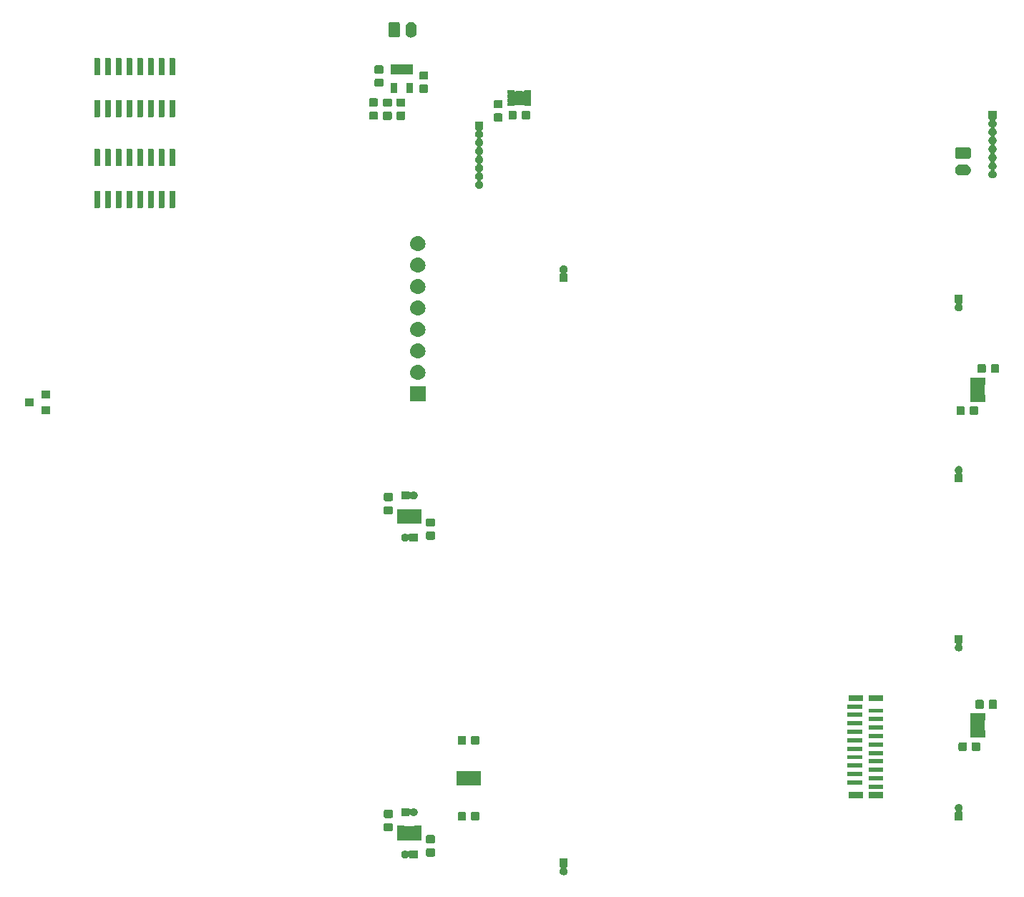
<source format=gbr>
G04 #@! TF.GenerationSoftware,KiCad,Pcbnew,(5.1.2)-2*
G04 #@! TF.CreationDate,2019-07-18T11:18:45-04:00*
G04 #@! TF.ProjectId,Burt,42757274-2e6b-4696-9361-645f70636258,rev?*
G04 #@! TF.SameCoordinates,Original*
G04 #@! TF.FileFunction,Soldermask,Top*
G04 #@! TF.FilePolarity,Negative*
%FSLAX46Y46*%
G04 Gerber Fmt 4.6, Leading zero omitted, Abs format (unit mm)*
G04 Created by KiCad (PCBNEW (5.1.2)-2) date 2019-07-18 11:18:45*
%MOMM*%
%LPD*%
G04 APERTURE LIST*
%ADD10C,0.100000*%
G04 APERTURE END LIST*
D10*
G36*
X14226000Y-40976000D02*
G01*
X14200025Y-40976000D01*
X14175639Y-40978402D01*
X14152190Y-40985515D01*
X14130579Y-40997066D01*
X14111637Y-41012611D01*
X14096092Y-41031553D01*
X14084541Y-41053164D01*
X14077428Y-41076613D01*
X14075026Y-41100999D01*
X14077428Y-41125385D01*
X14084541Y-41148834D01*
X14103396Y-41180292D01*
X14147694Y-41234269D01*
X14191894Y-41316961D01*
X14219113Y-41406688D01*
X14228303Y-41500000D01*
X14219113Y-41593312D01*
X14191894Y-41683039D01*
X14147694Y-41765731D01*
X14088211Y-41838211D01*
X14015731Y-41897694D01*
X13933039Y-41941894D01*
X13843312Y-41969113D01*
X13773384Y-41976000D01*
X13726616Y-41976000D01*
X13656688Y-41969113D01*
X13566961Y-41941894D01*
X13484269Y-41897694D01*
X13411789Y-41838211D01*
X13352306Y-41765731D01*
X13308106Y-41683039D01*
X13280887Y-41593312D01*
X13271697Y-41500000D01*
X13280887Y-41406688D01*
X13308106Y-41316961D01*
X13352306Y-41234269D01*
X13396606Y-41180289D01*
X13410214Y-41159923D01*
X13419592Y-41137284D01*
X13424372Y-41113251D01*
X13424372Y-41088747D01*
X13419592Y-41064714D01*
X13410214Y-41042075D01*
X13396600Y-41021700D01*
X13379273Y-41004373D01*
X13358899Y-40990760D01*
X13336260Y-40981382D01*
X13299975Y-40976000D01*
X13274000Y-40976000D01*
X13274000Y-40024000D01*
X14226000Y-40024000D01*
X14226000Y-40976000D01*
X14226000Y-40976000D01*
G37*
G36*
X-4906688Y-39030887D02*
G01*
X-4816961Y-39058106D01*
X-4734269Y-39102306D01*
X-4680289Y-39146606D01*
X-4659923Y-39160214D01*
X-4637284Y-39169592D01*
X-4613251Y-39174372D01*
X-4588747Y-39174372D01*
X-4564714Y-39169592D01*
X-4542075Y-39160214D01*
X-4521700Y-39146600D01*
X-4504373Y-39129273D01*
X-4490760Y-39108899D01*
X-4481382Y-39086260D01*
X-4476000Y-39049975D01*
X-4476000Y-39024000D01*
X-3524000Y-39024000D01*
X-3524000Y-39976000D01*
X-4476000Y-39976000D01*
X-4476000Y-39950025D01*
X-4478402Y-39925639D01*
X-4485515Y-39902190D01*
X-4497066Y-39880579D01*
X-4512611Y-39861637D01*
X-4531553Y-39846092D01*
X-4553164Y-39834541D01*
X-4576613Y-39827428D01*
X-4600999Y-39825026D01*
X-4625385Y-39827428D01*
X-4648834Y-39834541D01*
X-4680292Y-39853396D01*
X-4734269Y-39897694D01*
X-4816961Y-39941894D01*
X-4906688Y-39969113D01*
X-4976616Y-39976000D01*
X-5023384Y-39976000D01*
X-5093312Y-39969113D01*
X-5183039Y-39941894D01*
X-5265731Y-39897694D01*
X-5338211Y-39838211D01*
X-5397694Y-39765731D01*
X-5441894Y-39683039D01*
X-5469113Y-39593312D01*
X-5478303Y-39500000D01*
X-5469113Y-39406688D01*
X-5441894Y-39316961D01*
X-5397694Y-39234269D01*
X-5338211Y-39161789D01*
X-5265731Y-39102306D01*
X-5183039Y-39058106D01*
X-5093312Y-39030887D01*
X-5023384Y-39024000D01*
X-4976616Y-39024000D01*
X-4906688Y-39030887D01*
X-4906688Y-39030887D01*
G37*
G36*
X-1620409Y-38803085D02*
G01*
X-1586431Y-38813393D01*
X-1555110Y-38830134D01*
X-1527661Y-38852661D01*
X-1505134Y-38880110D01*
X-1488393Y-38911431D01*
X-1478085Y-38945409D01*
X-1474000Y-38986890D01*
X-1474000Y-39588110D01*
X-1478085Y-39629591D01*
X-1488393Y-39663569D01*
X-1505134Y-39694890D01*
X-1527661Y-39722339D01*
X-1555110Y-39744866D01*
X-1586431Y-39761607D01*
X-1620409Y-39771915D01*
X-1661890Y-39776000D01*
X-2338110Y-39776000D01*
X-2379591Y-39771915D01*
X-2413569Y-39761607D01*
X-2444890Y-39744866D01*
X-2472339Y-39722339D01*
X-2494866Y-39694890D01*
X-2511607Y-39663569D01*
X-2521915Y-39629591D01*
X-2526000Y-39588110D01*
X-2526000Y-38986890D01*
X-2521915Y-38945409D01*
X-2511607Y-38911431D01*
X-2494866Y-38880110D01*
X-2472339Y-38852661D01*
X-2444890Y-38830134D01*
X-2413569Y-38813393D01*
X-2379591Y-38803085D01*
X-2338110Y-38799000D01*
X-1661890Y-38799000D01*
X-1620409Y-38803085D01*
X-1620409Y-38803085D01*
G37*
G36*
X-1620409Y-37228085D02*
G01*
X-1586431Y-37238393D01*
X-1555110Y-37255134D01*
X-1527661Y-37277661D01*
X-1505134Y-37305110D01*
X-1488393Y-37336431D01*
X-1478085Y-37370409D01*
X-1474000Y-37411890D01*
X-1474000Y-38013110D01*
X-1478085Y-38054591D01*
X-1488393Y-38088569D01*
X-1505134Y-38119890D01*
X-1527661Y-38147339D01*
X-1555110Y-38169866D01*
X-1586431Y-38186607D01*
X-1620409Y-38196915D01*
X-1661890Y-38201000D01*
X-2338110Y-38201000D01*
X-2379591Y-38196915D01*
X-2413569Y-38186607D01*
X-2444890Y-38169866D01*
X-2472339Y-38147339D01*
X-2494866Y-38119890D01*
X-2511607Y-38088569D01*
X-2521915Y-38054591D01*
X-2526000Y-38013110D01*
X-2526000Y-37411890D01*
X-2521915Y-37370409D01*
X-2511607Y-37336431D01*
X-2494866Y-37305110D01*
X-2472339Y-37277661D01*
X-2444890Y-37255134D01*
X-2413569Y-37238393D01*
X-2379591Y-37228085D01*
X-2338110Y-37224000D01*
X-1661890Y-37224000D01*
X-1620409Y-37228085D01*
X-1620409Y-37228085D01*
G37*
G36*
X-5118447Y-36127934D02*
G01*
X-5096836Y-36139485D01*
X-5073387Y-36146598D01*
X-5049001Y-36149000D01*
X-3950999Y-36149000D01*
X-3926613Y-36146598D01*
X-3903164Y-36139485D01*
X-3881553Y-36127934D01*
X-3876759Y-36124000D01*
X-3074000Y-36124000D01*
X-3074000Y-37876000D01*
X-3876759Y-37876000D01*
X-3881553Y-37872066D01*
X-3903164Y-37860515D01*
X-3926613Y-37853402D01*
X-3950999Y-37851000D01*
X-5049001Y-37851000D01*
X-5073387Y-37853402D01*
X-5096836Y-37860515D01*
X-5118447Y-37872066D01*
X-5123241Y-37876000D01*
X-5926000Y-37876000D01*
X-5926000Y-36124000D01*
X-5123241Y-36124000D01*
X-5118447Y-36127934D01*
X-5118447Y-36127934D01*
G37*
G36*
X-6620409Y-35803085D02*
G01*
X-6586431Y-35813393D01*
X-6555110Y-35830134D01*
X-6527661Y-35852661D01*
X-6505134Y-35880110D01*
X-6488393Y-35911431D01*
X-6478085Y-35945409D01*
X-6474000Y-35986890D01*
X-6474000Y-36588110D01*
X-6478085Y-36629591D01*
X-6488393Y-36663569D01*
X-6505134Y-36694890D01*
X-6527661Y-36722339D01*
X-6555110Y-36744866D01*
X-6586431Y-36761607D01*
X-6620409Y-36771915D01*
X-6661890Y-36776000D01*
X-7338110Y-36776000D01*
X-7379591Y-36771915D01*
X-7413569Y-36761607D01*
X-7444890Y-36744866D01*
X-7472339Y-36722339D01*
X-7494866Y-36694890D01*
X-7511607Y-36663569D01*
X-7521915Y-36629591D01*
X-7526000Y-36588110D01*
X-7526000Y-35986890D01*
X-7521915Y-35945409D01*
X-7511607Y-35911431D01*
X-7494866Y-35880110D01*
X-7472339Y-35852661D01*
X-7444890Y-35830134D01*
X-7413569Y-35813393D01*
X-7379591Y-35803085D01*
X-7338110Y-35799000D01*
X-6661890Y-35799000D01*
X-6620409Y-35803085D01*
X-6620409Y-35803085D01*
G37*
G36*
X2054591Y-34478085D02*
G01*
X2088569Y-34488393D01*
X2119890Y-34505134D01*
X2147339Y-34527661D01*
X2169866Y-34555110D01*
X2186607Y-34586431D01*
X2196915Y-34620409D01*
X2201000Y-34661890D01*
X2201000Y-35338110D01*
X2196915Y-35379591D01*
X2186607Y-35413569D01*
X2169866Y-35444890D01*
X2147339Y-35472339D01*
X2119890Y-35494866D01*
X2088569Y-35511607D01*
X2054591Y-35521915D01*
X2013110Y-35526000D01*
X1411890Y-35526000D01*
X1370409Y-35521915D01*
X1336431Y-35511607D01*
X1305110Y-35494866D01*
X1277661Y-35472339D01*
X1255134Y-35444890D01*
X1238393Y-35413569D01*
X1228085Y-35379591D01*
X1224000Y-35338110D01*
X1224000Y-34661890D01*
X1228085Y-34620409D01*
X1238393Y-34586431D01*
X1255134Y-34555110D01*
X1277661Y-34527661D01*
X1305110Y-34505134D01*
X1336431Y-34488393D01*
X1370409Y-34478085D01*
X1411890Y-34474000D01*
X2013110Y-34474000D01*
X2054591Y-34478085D01*
X2054591Y-34478085D01*
G37*
G36*
X3629591Y-34478085D02*
G01*
X3663569Y-34488393D01*
X3694890Y-34505134D01*
X3722339Y-34527661D01*
X3744866Y-34555110D01*
X3761607Y-34586431D01*
X3771915Y-34620409D01*
X3776000Y-34661890D01*
X3776000Y-35338110D01*
X3771915Y-35379591D01*
X3761607Y-35413569D01*
X3744866Y-35444890D01*
X3722339Y-35472339D01*
X3694890Y-35494866D01*
X3663569Y-35511607D01*
X3629591Y-35521915D01*
X3588110Y-35526000D01*
X2986890Y-35526000D01*
X2945409Y-35521915D01*
X2911431Y-35511607D01*
X2880110Y-35494866D01*
X2852661Y-35472339D01*
X2830134Y-35444890D01*
X2813393Y-35413569D01*
X2803085Y-35379591D01*
X2799000Y-35338110D01*
X2799000Y-34661890D01*
X2803085Y-34620409D01*
X2813393Y-34586431D01*
X2830134Y-34555110D01*
X2852661Y-34527661D01*
X2880110Y-34505134D01*
X2911431Y-34488393D01*
X2945409Y-34478085D01*
X2986890Y-34474000D01*
X3588110Y-34474000D01*
X3629591Y-34478085D01*
X3629591Y-34478085D01*
G37*
G36*
X60593312Y-33530887D02*
G01*
X60683039Y-33558106D01*
X60765731Y-33602306D01*
X60838211Y-33661789D01*
X60897694Y-33734269D01*
X60941894Y-33816961D01*
X60969113Y-33906688D01*
X60978303Y-34000000D01*
X60969113Y-34093312D01*
X60941894Y-34183039D01*
X60897694Y-34265731D01*
X60853394Y-34319711D01*
X60839786Y-34340077D01*
X60830408Y-34362716D01*
X60825628Y-34386749D01*
X60825628Y-34411253D01*
X60830408Y-34435286D01*
X60839786Y-34457925D01*
X60853400Y-34478300D01*
X60870727Y-34495627D01*
X60891101Y-34509240D01*
X60913740Y-34518618D01*
X60950025Y-34524000D01*
X60976000Y-34524000D01*
X60976000Y-35476000D01*
X60024000Y-35476000D01*
X60024000Y-34524000D01*
X60049975Y-34524000D01*
X60074361Y-34521598D01*
X60097810Y-34514485D01*
X60119421Y-34502934D01*
X60138363Y-34487389D01*
X60153908Y-34468447D01*
X60165459Y-34446836D01*
X60172572Y-34423387D01*
X60174974Y-34399001D01*
X60172572Y-34374615D01*
X60165459Y-34351166D01*
X60146604Y-34319708D01*
X60102306Y-34265731D01*
X60058106Y-34183039D01*
X60030887Y-34093312D01*
X60021697Y-34000000D01*
X60030887Y-33906688D01*
X60058106Y-33816961D01*
X60102306Y-33734269D01*
X60161789Y-33661789D01*
X60234269Y-33602306D01*
X60316961Y-33558106D01*
X60406688Y-33530887D01*
X60476616Y-33524000D01*
X60523384Y-33524000D01*
X60593312Y-33530887D01*
X60593312Y-33530887D01*
G37*
G36*
X-6620409Y-34228085D02*
G01*
X-6586431Y-34238393D01*
X-6555110Y-34255134D01*
X-6527661Y-34277661D01*
X-6505134Y-34305110D01*
X-6488393Y-34336431D01*
X-6478085Y-34370409D01*
X-6474000Y-34411890D01*
X-6474000Y-35013110D01*
X-6478085Y-35054591D01*
X-6488393Y-35088569D01*
X-6505134Y-35119890D01*
X-6527661Y-35147339D01*
X-6555110Y-35169866D01*
X-6586431Y-35186607D01*
X-6620409Y-35196915D01*
X-6661890Y-35201000D01*
X-7338110Y-35201000D01*
X-7379591Y-35196915D01*
X-7413569Y-35186607D01*
X-7444890Y-35169866D01*
X-7472339Y-35147339D01*
X-7494866Y-35119890D01*
X-7511607Y-35088569D01*
X-7521915Y-35054591D01*
X-7526000Y-35013110D01*
X-7526000Y-34411890D01*
X-7521915Y-34370409D01*
X-7511607Y-34336431D01*
X-7494866Y-34305110D01*
X-7472339Y-34277661D01*
X-7444890Y-34255134D01*
X-7413569Y-34238393D01*
X-7379591Y-34228085D01*
X-7338110Y-34224000D01*
X-6661890Y-34224000D01*
X-6620409Y-34228085D01*
X-6620409Y-34228085D01*
G37*
G36*
X-4524000Y-34049975D02*
G01*
X-4521598Y-34074361D01*
X-4514485Y-34097810D01*
X-4502934Y-34119421D01*
X-4487389Y-34138363D01*
X-4468447Y-34153908D01*
X-4446836Y-34165459D01*
X-4423387Y-34172572D01*
X-4399001Y-34174974D01*
X-4374615Y-34172572D01*
X-4351166Y-34165459D01*
X-4319708Y-34146604D01*
X-4265731Y-34102306D01*
X-4183039Y-34058106D01*
X-4093312Y-34030887D01*
X-4023384Y-34024000D01*
X-3976616Y-34024000D01*
X-3906688Y-34030887D01*
X-3816961Y-34058106D01*
X-3734269Y-34102306D01*
X-3661789Y-34161789D01*
X-3602306Y-34234269D01*
X-3558106Y-34316961D01*
X-3530887Y-34406688D01*
X-3521697Y-34500000D01*
X-3530887Y-34593312D01*
X-3558106Y-34683039D01*
X-3602306Y-34765731D01*
X-3661789Y-34838211D01*
X-3734269Y-34897694D01*
X-3816961Y-34941894D01*
X-3906688Y-34969113D01*
X-3976616Y-34976000D01*
X-4023384Y-34976000D01*
X-4093312Y-34969113D01*
X-4183039Y-34941894D01*
X-4265731Y-34897694D01*
X-4319711Y-34853394D01*
X-4340077Y-34839786D01*
X-4362716Y-34830408D01*
X-4386749Y-34825628D01*
X-4411253Y-34825628D01*
X-4435286Y-34830408D01*
X-4457925Y-34839786D01*
X-4478300Y-34853400D01*
X-4495627Y-34870727D01*
X-4509240Y-34891101D01*
X-4518618Y-34913740D01*
X-4524000Y-34950025D01*
X-4524000Y-34976000D01*
X-5476000Y-34976000D01*
X-5476000Y-34024000D01*
X-4524000Y-34024000D01*
X-4524000Y-34049975D01*
X-4524000Y-34049975D01*
G37*
G36*
X49151000Y-32851000D02*
G01*
X47449000Y-32851000D01*
X47449000Y-32149000D01*
X49151000Y-32149000D01*
X49151000Y-32851000D01*
X49151000Y-32851000D01*
G37*
G36*
X51551000Y-32851000D02*
G01*
X49849000Y-32851000D01*
X49849000Y-32149000D01*
X51551000Y-32149000D01*
X51551000Y-32851000D01*
X51551000Y-32851000D01*
G37*
G36*
X51551000Y-31751000D02*
G01*
X49849000Y-31751000D01*
X49849000Y-31249000D01*
X51551000Y-31249000D01*
X51551000Y-31751000D01*
X51551000Y-31751000D01*
G37*
G36*
X1881553Y-29627934D02*
G01*
X1903164Y-29639485D01*
X1926613Y-29646598D01*
X1950999Y-29649000D01*
X3049001Y-29649000D01*
X3073387Y-29646598D01*
X3096836Y-29639485D01*
X3118447Y-29627934D01*
X3123241Y-29624000D01*
X3926000Y-29624000D01*
X3926000Y-31376000D01*
X3123241Y-31376000D01*
X3118447Y-31372066D01*
X3096836Y-31360515D01*
X3073387Y-31353402D01*
X3049001Y-31351000D01*
X1950999Y-31351000D01*
X1926613Y-31353402D01*
X1903164Y-31360515D01*
X1881553Y-31372066D01*
X1876759Y-31376000D01*
X1074000Y-31376000D01*
X1074000Y-29624000D01*
X1876759Y-29624000D01*
X1881553Y-29627934D01*
X1881553Y-29627934D01*
G37*
G36*
X49051000Y-31251000D02*
G01*
X47349000Y-31251000D01*
X47349000Y-30749000D01*
X49051000Y-30749000D01*
X49051000Y-31251000D01*
X49051000Y-31251000D01*
G37*
G36*
X51551000Y-30751000D02*
G01*
X49849000Y-30751000D01*
X49849000Y-30249000D01*
X51551000Y-30249000D01*
X51551000Y-30751000D01*
X51551000Y-30751000D01*
G37*
G36*
X49051000Y-30251000D02*
G01*
X47349000Y-30251000D01*
X47349000Y-29749000D01*
X49051000Y-29749000D01*
X49051000Y-30251000D01*
X49051000Y-30251000D01*
G37*
G36*
X51551000Y-29751000D02*
G01*
X49849000Y-29751000D01*
X49849000Y-29249000D01*
X51551000Y-29249000D01*
X51551000Y-29751000D01*
X51551000Y-29751000D01*
G37*
G36*
X49051000Y-29251000D02*
G01*
X47349000Y-29251000D01*
X47349000Y-28749000D01*
X49051000Y-28749000D01*
X49051000Y-29251000D01*
X49051000Y-29251000D01*
G37*
G36*
X51551000Y-28751000D02*
G01*
X49849000Y-28751000D01*
X49849000Y-28249000D01*
X51551000Y-28249000D01*
X51551000Y-28751000D01*
X51551000Y-28751000D01*
G37*
G36*
X49051000Y-28251000D02*
G01*
X47349000Y-28251000D01*
X47349000Y-27749000D01*
X49051000Y-27749000D01*
X49051000Y-28251000D01*
X49051000Y-28251000D01*
G37*
G36*
X51551000Y-27751000D02*
G01*
X49849000Y-27751000D01*
X49849000Y-27249000D01*
X51551000Y-27249000D01*
X51551000Y-27751000D01*
X51551000Y-27751000D01*
G37*
G36*
X61304591Y-26228085D02*
G01*
X61338569Y-26238393D01*
X61369890Y-26255134D01*
X61397339Y-26277661D01*
X61419866Y-26305110D01*
X61436607Y-26336431D01*
X61446915Y-26370409D01*
X61451000Y-26411890D01*
X61451000Y-27088110D01*
X61446915Y-27129591D01*
X61436607Y-27163569D01*
X61419866Y-27194890D01*
X61397339Y-27222339D01*
X61369890Y-27244866D01*
X61338569Y-27261607D01*
X61304591Y-27271915D01*
X61263110Y-27276000D01*
X60661890Y-27276000D01*
X60620409Y-27271915D01*
X60586431Y-27261607D01*
X60555110Y-27244866D01*
X60527661Y-27222339D01*
X60505134Y-27194890D01*
X60488393Y-27163569D01*
X60478085Y-27129591D01*
X60474000Y-27088110D01*
X60474000Y-26411890D01*
X60478085Y-26370409D01*
X60488393Y-26336431D01*
X60505134Y-26305110D01*
X60527661Y-26277661D01*
X60555110Y-26255134D01*
X60586431Y-26238393D01*
X60620409Y-26228085D01*
X60661890Y-26224000D01*
X61263110Y-26224000D01*
X61304591Y-26228085D01*
X61304591Y-26228085D01*
G37*
G36*
X62879591Y-26228085D02*
G01*
X62913569Y-26238393D01*
X62944890Y-26255134D01*
X62972339Y-26277661D01*
X62994866Y-26305110D01*
X63011607Y-26336431D01*
X63021915Y-26370409D01*
X63026000Y-26411890D01*
X63026000Y-27088110D01*
X63021915Y-27129591D01*
X63011607Y-27163569D01*
X62994866Y-27194890D01*
X62972339Y-27222339D01*
X62944890Y-27244866D01*
X62913569Y-27261607D01*
X62879591Y-27271915D01*
X62838110Y-27276000D01*
X62236890Y-27276000D01*
X62195409Y-27271915D01*
X62161431Y-27261607D01*
X62130110Y-27244866D01*
X62102661Y-27222339D01*
X62080134Y-27194890D01*
X62063393Y-27163569D01*
X62053085Y-27129591D01*
X62049000Y-27088110D01*
X62049000Y-26411890D01*
X62053085Y-26370409D01*
X62063393Y-26336431D01*
X62080134Y-26305110D01*
X62102661Y-26277661D01*
X62130110Y-26255134D01*
X62161431Y-26238393D01*
X62195409Y-26228085D01*
X62236890Y-26224000D01*
X62838110Y-26224000D01*
X62879591Y-26228085D01*
X62879591Y-26228085D01*
G37*
G36*
X49051000Y-27251000D02*
G01*
X47349000Y-27251000D01*
X47349000Y-26749000D01*
X49051000Y-26749000D01*
X49051000Y-27251000D01*
X49051000Y-27251000D01*
G37*
G36*
X51551000Y-26751000D02*
G01*
X49849000Y-26751000D01*
X49849000Y-26249000D01*
X51551000Y-26249000D01*
X51551000Y-26751000D01*
X51551000Y-26751000D01*
G37*
G36*
X3629591Y-25478085D02*
G01*
X3663569Y-25488393D01*
X3694890Y-25505134D01*
X3722339Y-25527661D01*
X3744866Y-25555110D01*
X3761607Y-25586431D01*
X3771915Y-25620409D01*
X3776000Y-25661890D01*
X3776000Y-26338110D01*
X3771915Y-26379591D01*
X3761607Y-26413569D01*
X3744866Y-26444890D01*
X3722339Y-26472339D01*
X3694890Y-26494866D01*
X3663569Y-26511607D01*
X3629591Y-26521915D01*
X3588110Y-26526000D01*
X2986890Y-26526000D01*
X2945409Y-26521915D01*
X2911431Y-26511607D01*
X2880110Y-26494866D01*
X2852661Y-26472339D01*
X2830134Y-26444890D01*
X2813393Y-26413569D01*
X2803085Y-26379591D01*
X2799000Y-26338110D01*
X2799000Y-25661890D01*
X2803085Y-25620409D01*
X2813393Y-25586431D01*
X2830134Y-25555110D01*
X2852661Y-25527661D01*
X2880110Y-25505134D01*
X2911431Y-25488393D01*
X2945409Y-25478085D01*
X2986890Y-25474000D01*
X3588110Y-25474000D01*
X3629591Y-25478085D01*
X3629591Y-25478085D01*
G37*
G36*
X2054591Y-25478085D02*
G01*
X2088569Y-25488393D01*
X2119890Y-25505134D01*
X2147339Y-25527661D01*
X2169866Y-25555110D01*
X2186607Y-25586431D01*
X2196915Y-25620409D01*
X2201000Y-25661890D01*
X2201000Y-26338110D01*
X2196915Y-26379591D01*
X2186607Y-26413569D01*
X2169866Y-26444890D01*
X2147339Y-26472339D01*
X2119890Y-26494866D01*
X2088569Y-26511607D01*
X2054591Y-26521915D01*
X2013110Y-26526000D01*
X1411890Y-26526000D01*
X1370409Y-26521915D01*
X1336431Y-26511607D01*
X1305110Y-26494866D01*
X1277661Y-26472339D01*
X1255134Y-26444890D01*
X1238393Y-26413569D01*
X1228085Y-26379591D01*
X1224000Y-26338110D01*
X1224000Y-25661890D01*
X1228085Y-25620409D01*
X1238393Y-25586431D01*
X1255134Y-25555110D01*
X1277661Y-25527661D01*
X1305110Y-25505134D01*
X1336431Y-25488393D01*
X1370409Y-25478085D01*
X1411890Y-25474000D01*
X2013110Y-25474000D01*
X2054591Y-25478085D01*
X2054591Y-25478085D01*
G37*
G36*
X49051000Y-26251000D02*
G01*
X47349000Y-26251000D01*
X47349000Y-25749000D01*
X49051000Y-25749000D01*
X49051000Y-26251000D01*
X49051000Y-26251000D01*
G37*
G36*
X51551000Y-25751000D02*
G01*
X49849000Y-25751000D01*
X49849000Y-25249000D01*
X51551000Y-25249000D01*
X51551000Y-25751000D01*
X51551000Y-25751000D01*
G37*
G36*
X63626000Y-23626759D02*
G01*
X63622066Y-23631553D01*
X63610515Y-23653164D01*
X63603402Y-23676613D01*
X63601000Y-23700999D01*
X63601000Y-24799001D01*
X63603402Y-24823387D01*
X63610515Y-24846836D01*
X63622066Y-24868447D01*
X63626000Y-24873241D01*
X63626000Y-25676000D01*
X61874000Y-25676000D01*
X61874000Y-24873241D01*
X61877934Y-24868447D01*
X61889485Y-24846836D01*
X61896598Y-24823387D01*
X61899000Y-24799001D01*
X61899000Y-23700999D01*
X61896598Y-23676613D01*
X61889485Y-23653164D01*
X61877934Y-23631553D01*
X61874000Y-23626759D01*
X61874000Y-22824000D01*
X63626000Y-22824000D01*
X63626000Y-23626759D01*
X63626000Y-23626759D01*
G37*
G36*
X49051000Y-25251000D02*
G01*
X47349000Y-25251000D01*
X47349000Y-24749000D01*
X49051000Y-24749000D01*
X49051000Y-25251000D01*
X49051000Y-25251000D01*
G37*
G36*
X51551000Y-24751000D02*
G01*
X49849000Y-24751000D01*
X49849000Y-24249000D01*
X51551000Y-24249000D01*
X51551000Y-24751000D01*
X51551000Y-24751000D01*
G37*
G36*
X49051000Y-24251000D02*
G01*
X47349000Y-24251000D01*
X47349000Y-23749000D01*
X49051000Y-23749000D01*
X49051000Y-24251000D01*
X49051000Y-24251000D01*
G37*
G36*
X51551000Y-23751000D02*
G01*
X49849000Y-23751000D01*
X49849000Y-23249000D01*
X51551000Y-23249000D01*
X51551000Y-23751000D01*
X51551000Y-23751000D01*
G37*
G36*
X49051000Y-23251000D02*
G01*
X47349000Y-23251000D01*
X47349000Y-22749000D01*
X49051000Y-22749000D01*
X49051000Y-23251000D01*
X49051000Y-23251000D01*
G37*
G36*
X51551000Y-22751000D02*
G01*
X49849000Y-22751000D01*
X49849000Y-22249000D01*
X51551000Y-22249000D01*
X51551000Y-22751000D01*
X51551000Y-22751000D01*
G37*
G36*
X63304591Y-21228085D02*
G01*
X63338569Y-21238393D01*
X63369890Y-21255134D01*
X63397339Y-21277661D01*
X63419866Y-21305110D01*
X63436607Y-21336431D01*
X63446915Y-21370409D01*
X63451000Y-21411890D01*
X63451000Y-22088110D01*
X63446915Y-22129591D01*
X63436607Y-22163569D01*
X63419866Y-22194890D01*
X63397339Y-22222339D01*
X63369890Y-22244866D01*
X63338569Y-22261607D01*
X63304591Y-22271915D01*
X63263110Y-22276000D01*
X62661890Y-22276000D01*
X62620409Y-22271915D01*
X62586431Y-22261607D01*
X62555110Y-22244866D01*
X62527661Y-22222339D01*
X62505134Y-22194890D01*
X62488393Y-22163569D01*
X62478085Y-22129591D01*
X62474000Y-22088110D01*
X62474000Y-21411890D01*
X62478085Y-21370409D01*
X62488393Y-21336431D01*
X62505134Y-21305110D01*
X62527661Y-21277661D01*
X62555110Y-21255134D01*
X62586431Y-21238393D01*
X62620409Y-21228085D01*
X62661890Y-21224000D01*
X63263110Y-21224000D01*
X63304591Y-21228085D01*
X63304591Y-21228085D01*
G37*
G36*
X64879591Y-21228085D02*
G01*
X64913569Y-21238393D01*
X64944890Y-21255134D01*
X64972339Y-21277661D01*
X64994866Y-21305110D01*
X65011607Y-21336431D01*
X65021915Y-21370409D01*
X65026000Y-21411890D01*
X65026000Y-22088110D01*
X65021915Y-22129591D01*
X65011607Y-22163569D01*
X64994866Y-22194890D01*
X64972339Y-22222339D01*
X64944890Y-22244866D01*
X64913569Y-22261607D01*
X64879591Y-22271915D01*
X64838110Y-22276000D01*
X64236890Y-22276000D01*
X64195409Y-22271915D01*
X64161431Y-22261607D01*
X64130110Y-22244866D01*
X64102661Y-22222339D01*
X64080134Y-22194890D01*
X64063393Y-22163569D01*
X64053085Y-22129591D01*
X64049000Y-22088110D01*
X64049000Y-21411890D01*
X64053085Y-21370409D01*
X64063393Y-21336431D01*
X64080134Y-21305110D01*
X64102661Y-21277661D01*
X64130110Y-21255134D01*
X64161431Y-21238393D01*
X64195409Y-21228085D01*
X64236890Y-21224000D01*
X64838110Y-21224000D01*
X64879591Y-21228085D01*
X64879591Y-21228085D01*
G37*
G36*
X49051000Y-22251000D02*
G01*
X47349000Y-22251000D01*
X47349000Y-21749000D01*
X49051000Y-21749000D01*
X49051000Y-22251000D01*
X49051000Y-22251000D01*
G37*
G36*
X49151000Y-21351000D02*
G01*
X47449000Y-21351000D01*
X47449000Y-20649000D01*
X49151000Y-20649000D01*
X49151000Y-21351000D01*
X49151000Y-21351000D01*
G37*
G36*
X51551000Y-21351000D02*
G01*
X49849000Y-21351000D01*
X49849000Y-20649000D01*
X51551000Y-20649000D01*
X51551000Y-21351000D01*
X51551000Y-21351000D01*
G37*
G36*
X60976000Y-14476000D02*
G01*
X60950025Y-14476000D01*
X60925639Y-14478402D01*
X60902190Y-14485515D01*
X60880579Y-14497066D01*
X60861637Y-14512611D01*
X60846092Y-14531553D01*
X60834541Y-14553164D01*
X60827428Y-14576613D01*
X60825026Y-14600999D01*
X60827428Y-14625385D01*
X60834541Y-14648834D01*
X60853396Y-14680292D01*
X60897694Y-14734269D01*
X60941894Y-14816961D01*
X60969113Y-14906688D01*
X60978303Y-15000000D01*
X60969113Y-15093312D01*
X60941894Y-15183039D01*
X60897694Y-15265731D01*
X60838211Y-15338211D01*
X60765731Y-15397694D01*
X60683039Y-15441894D01*
X60593312Y-15469113D01*
X60523384Y-15476000D01*
X60476616Y-15476000D01*
X60406688Y-15469113D01*
X60316961Y-15441894D01*
X60234269Y-15397694D01*
X60161789Y-15338211D01*
X60102306Y-15265731D01*
X60058106Y-15183039D01*
X60030887Y-15093312D01*
X60021697Y-15000000D01*
X60030887Y-14906688D01*
X60058106Y-14816961D01*
X60102306Y-14734269D01*
X60146606Y-14680289D01*
X60160214Y-14659923D01*
X60169592Y-14637284D01*
X60174372Y-14613251D01*
X60174372Y-14588747D01*
X60169592Y-14564714D01*
X60160214Y-14542075D01*
X60146600Y-14521700D01*
X60129273Y-14504373D01*
X60108899Y-14490760D01*
X60086260Y-14481382D01*
X60049975Y-14476000D01*
X60024000Y-14476000D01*
X60024000Y-13524000D01*
X60976000Y-13524000D01*
X60976000Y-14476000D01*
X60976000Y-14476000D01*
G37*
G36*
X-4906688Y-1530887D02*
G01*
X-4816961Y-1558106D01*
X-4734269Y-1602306D01*
X-4680289Y-1646606D01*
X-4659923Y-1660214D01*
X-4637284Y-1669592D01*
X-4613251Y-1674372D01*
X-4588747Y-1674372D01*
X-4564714Y-1669592D01*
X-4542075Y-1660214D01*
X-4521700Y-1646600D01*
X-4504373Y-1629273D01*
X-4490760Y-1608899D01*
X-4481382Y-1586260D01*
X-4476000Y-1549975D01*
X-4476000Y-1524000D01*
X-3524000Y-1524000D01*
X-3524000Y-2476000D01*
X-4476000Y-2476000D01*
X-4476000Y-2450025D01*
X-4478402Y-2425639D01*
X-4485515Y-2402190D01*
X-4497066Y-2380579D01*
X-4512611Y-2361637D01*
X-4531553Y-2346092D01*
X-4553164Y-2334541D01*
X-4576613Y-2327428D01*
X-4600999Y-2325026D01*
X-4625385Y-2327428D01*
X-4648834Y-2334541D01*
X-4680292Y-2353396D01*
X-4734269Y-2397694D01*
X-4816961Y-2441894D01*
X-4906688Y-2469113D01*
X-4976616Y-2476000D01*
X-5023384Y-2476000D01*
X-5093312Y-2469113D01*
X-5183039Y-2441894D01*
X-5265731Y-2397694D01*
X-5338211Y-2338211D01*
X-5397694Y-2265731D01*
X-5441894Y-2183039D01*
X-5469113Y-2093312D01*
X-5478303Y-2000000D01*
X-5469113Y-1906688D01*
X-5441894Y-1816961D01*
X-5397694Y-1734269D01*
X-5338211Y-1661789D01*
X-5265731Y-1602306D01*
X-5183039Y-1558106D01*
X-5093312Y-1530887D01*
X-5023384Y-1524000D01*
X-4976616Y-1524000D01*
X-4906688Y-1530887D01*
X-4906688Y-1530887D01*
G37*
G36*
X-1620409Y-1303085D02*
G01*
X-1586431Y-1313393D01*
X-1555110Y-1330134D01*
X-1527661Y-1352661D01*
X-1505134Y-1380110D01*
X-1488393Y-1411431D01*
X-1478085Y-1445409D01*
X-1474000Y-1486890D01*
X-1474000Y-2088110D01*
X-1478085Y-2129591D01*
X-1488393Y-2163569D01*
X-1505134Y-2194890D01*
X-1527661Y-2222339D01*
X-1555110Y-2244866D01*
X-1586431Y-2261607D01*
X-1620409Y-2271915D01*
X-1661890Y-2276000D01*
X-2338110Y-2276000D01*
X-2379591Y-2271915D01*
X-2413569Y-2261607D01*
X-2444890Y-2244866D01*
X-2472339Y-2222339D01*
X-2494866Y-2194890D01*
X-2511607Y-2163569D01*
X-2521915Y-2129591D01*
X-2526000Y-2088110D01*
X-2526000Y-1486890D01*
X-2521915Y-1445409D01*
X-2511607Y-1411431D01*
X-2494866Y-1380110D01*
X-2472339Y-1352661D01*
X-2444890Y-1330134D01*
X-2413569Y-1313393D01*
X-2379591Y-1303085D01*
X-2338110Y-1299000D01*
X-1661890Y-1299000D01*
X-1620409Y-1303085D01*
X-1620409Y-1303085D01*
G37*
G36*
X-1620409Y271915D02*
G01*
X-1586431Y261607D01*
X-1555110Y244866D01*
X-1527661Y222339D01*
X-1505134Y194890D01*
X-1488393Y163569D01*
X-1478085Y129591D01*
X-1474000Y88110D01*
X-1474000Y-513110D01*
X-1478085Y-554591D01*
X-1488393Y-588569D01*
X-1505134Y-619890D01*
X-1527661Y-647339D01*
X-1555110Y-669866D01*
X-1586431Y-686607D01*
X-1620409Y-696915D01*
X-1661890Y-701000D01*
X-2338110Y-701000D01*
X-2379591Y-696915D01*
X-2413569Y-686607D01*
X-2444890Y-669866D01*
X-2472339Y-647339D01*
X-2494866Y-619890D01*
X-2511607Y-588569D01*
X-2521915Y-554591D01*
X-2526000Y-513110D01*
X-2526000Y88110D01*
X-2521915Y129591D01*
X-2511607Y163569D01*
X-2494866Y194890D01*
X-2472339Y222339D01*
X-2444890Y244866D01*
X-2413569Y261607D01*
X-2379591Y271915D01*
X-2338110Y276000D01*
X-1661890Y276000D01*
X-1620409Y271915D01*
X-1620409Y271915D01*
G37*
G36*
X-5118447Y1372066D02*
G01*
X-5096836Y1360515D01*
X-5073387Y1353402D01*
X-5049001Y1351000D01*
X-3950999Y1351000D01*
X-3926613Y1353402D01*
X-3903164Y1360515D01*
X-3881553Y1372066D01*
X-3876759Y1376000D01*
X-3074000Y1376000D01*
X-3074000Y-376000D01*
X-3876759Y-376000D01*
X-3881553Y-372066D01*
X-3903164Y-360515D01*
X-3926613Y-353402D01*
X-3950999Y-351000D01*
X-5049001Y-351000D01*
X-5073387Y-353402D01*
X-5096836Y-360515D01*
X-5118447Y-372066D01*
X-5123241Y-376000D01*
X-5926000Y-376000D01*
X-5926000Y1376000D01*
X-5123241Y1376000D01*
X-5118447Y1372066D01*
X-5118447Y1372066D01*
G37*
G36*
X-6620409Y1696915D02*
G01*
X-6586431Y1686607D01*
X-6555110Y1669866D01*
X-6527661Y1647339D01*
X-6505134Y1619890D01*
X-6488393Y1588569D01*
X-6478085Y1554591D01*
X-6474000Y1513110D01*
X-6474000Y911890D01*
X-6478085Y870409D01*
X-6488393Y836431D01*
X-6505134Y805110D01*
X-6527661Y777661D01*
X-6555110Y755134D01*
X-6586431Y738393D01*
X-6620409Y728085D01*
X-6661890Y724000D01*
X-7338110Y724000D01*
X-7379591Y728085D01*
X-7413569Y738393D01*
X-7444890Y755134D01*
X-7472339Y777661D01*
X-7494866Y805110D01*
X-7511607Y836431D01*
X-7521915Y870409D01*
X-7526000Y911890D01*
X-7526000Y1513110D01*
X-7521915Y1554591D01*
X-7511607Y1588569D01*
X-7494866Y1619890D01*
X-7472339Y1647339D01*
X-7444890Y1669866D01*
X-7413569Y1686607D01*
X-7379591Y1696915D01*
X-7338110Y1701000D01*
X-6661890Y1701000D01*
X-6620409Y1696915D01*
X-6620409Y1696915D01*
G37*
G36*
X-6620409Y3271915D02*
G01*
X-6586431Y3261607D01*
X-6555110Y3244866D01*
X-6527661Y3222339D01*
X-6505134Y3194890D01*
X-6488393Y3163569D01*
X-6478085Y3129591D01*
X-6474000Y3088110D01*
X-6474000Y2486890D01*
X-6478085Y2445409D01*
X-6488393Y2411431D01*
X-6505134Y2380110D01*
X-6527661Y2352661D01*
X-6555110Y2330134D01*
X-6586431Y2313393D01*
X-6620409Y2303085D01*
X-6661890Y2299000D01*
X-7338110Y2299000D01*
X-7379591Y2303085D01*
X-7413569Y2313393D01*
X-7444890Y2330134D01*
X-7472339Y2352661D01*
X-7494866Y2380110D01*
X-7511607Y2411431D01*
X-7521915Y2445409D01*
X-7526000Y2486890D01*
X-7526000Y3088110D01*
X-7521915Y3129591D01*
X-7511607Y3163569D01*
X-7494866Y3194890D01*
X-7472339Y3222339D01*
X-7444890Y3244866D01*
X-7413569Y3261607D01*
X-7379591Y3271915D01*
X-7338110Y3276000D01*
X-6661890Y3276000D01*
X-6620409Y3271915D01*
X-6620409Y3271915D01*
G37*
G36*
X-4524000Y3450025D02*
G01*
X-4521598Y3425639D01*
X-4514485Y3402190D01*
X-4502934Y3380579D01*
X-4487389Y3361637D01*
X-4468447Y3346092D01*
X-4446836Y3334541D01*
X-4423387Y3327428D01*
X-4399001Y3325026D01*
X-4374615Y3327428D01*
X-4351166Y3334541D01*
X-4319708Y3353396D01*
X-4265731Y3397694D01*
X-4183039Y3441894D01*
X-4093312Y3469113D01*
X-4023384Y3476000D01*
X-3976616Y3476000D01*
X-3906688Y3469113D01*
X-3816961Y3441894D01*
X-3734269Y3397694D01*
X-3661789Y3338211D01*
X-3602306Y3265731D01*
X-3558106Y3183039D01*
X-3530887Y3093312D01*
X-3521697Y3000000D01*
X-3530887Y2906688D01*
X-3558106Y2816961D01*
X-3602306Y2734269D01*
X-3661789Y2661789D01*
X-3734269Y2602306D01*
X-3816961Y2558106D01*
X-3906688Y2530887D01*
X-3976616Y2524000D01*
X-4023384Y2524000D01*
X-4093312Y2530887D01*
X-4183039Y2558106D01*
X-4265731Y2602306D01*
X-4319711Y2646606D01*
X-4340077Y2660214D01*
X-4362716Y2669592D01*
X-4386749Y2674372D01*
X-4411253Y2674372D01*
X-4435286Y2669592D01*
X-4457925Y2660214D01*
X-4478300Y2646600D01*
X-4495627Y2629273D01*
X-4509240Y2608899D01*
X-4518618Y2586260D01*
X-4524000Y2549975D01*
X-4524000Y2524000D01*
X-5476000Y2524000D01*
X-5476000Y3476000D01*
X-4524000Y3476000D01*
X-4524000Y3450025D01*
X-4524000Y3450025D01*
G37*
G36*
X60593312Y6469113D02*
G01*
X60683039Y6441894D01*
X60765731Y6397694D01*
X60838211Y6338211D01*
X60897694Y6265731D01*
X60941894Y6183039D01*
X60969113Y6093312D01*
X60978303Y6000000D01*
X60969113Y5906688D01*
X60941894Y5816961D01*
X60897694Y5734269D01*
X60853394Y5680289D01*
X60839786Y5659923D01*
X60830408Y5637284D01*
X60825628Y5613251D01*
X60825628Y5588747D01*
X60830408Y5564714D01*
X60839786Y5542075D01*
X60853400Y5521700D01*
X60870727Y5504373D01*
X60891101Y5490760D01*
X60913740Y5481382D01*
X60950025Y5476000D01*
X60976000Y5476000D01*
X60976000Y4524000D01*
X60024000Y4524000D01*
X60024000Y5476000D01*
X60049975Y5476000D01*
X60074361Y5478402D01*
X60097810Y5485515D01*
X60119421Y5497066D01*
X60138363Y5512611D01*
X60153908Y5531553D01*
X60165459Y5553164D01*
X60172572Y5576613D01*
X60174974Y5600999D01*
X60172572Y5625385D01*
X60165459Y5648834D01*
X60146604Y5680292D01*
X60102306Y5734269D01*
X60058106Y5816961D01*
X60030887Y5906688D01*
X60021697Y6000000D01*
X60030887Y6093312D01*
X60058106Y6183039D01*
X60102306Y6265731D01*
X60161789Y6338211D01*
X60234269Y6397694D01*
X60316961Y6441894D01*
X60406688Y6469113D01*
X60476616Y6476000D01*
X60523384Y6476000D01*
X60593312Y6469113D01*
X60593312Y6469113D01*
G37*
G36*
X61054591Y13521915D02*
G01*
X61088569Y13511607D01*
X61119890Y13494866D01*
X61147339Y13472339D01*
X61169866Y13444890D01*
X61186607Y13413569D01*
X61196915Y13379591D01*
X61201000Y13338110D01*
X61201000Y12661890D01*
X61196915Y12620409D01*
X61186607Y12586431D01*
X61169866Y12555110D01*
X61147339Y12527661D01*
X61119890Y12505134D01*
X61088569Y12488393D01*
X61054591Y12478085D01*
X61013110Y12474000D01*
X60411890Y12474000D01*
X60370409Y12478085D01*
X60336431Y12488393D01*
X60305110Y12505134D01*
X60277661Y12527661D01*
X60255134Y12555110D01*
X60238393Y12586431D01*
X60228085Y12620409D01*
X60224000Y12661890D01*
X60224000Y13338110D01*
X60228085Y13379591D01*
X60238393Y13413569D01*
X60255134Y13444890D01*
X60277661Y13472339D01*
X60305110Y13494866D01*
X60336431Y13511607D01*
X60370409Y13521915D01*
X60411890Y13526000D01*
X61013110Y13526000D01*
X61054591Y13521915D01*
X61054591Y13521915D01*
G37*
G36*
X62629591Y13521915D02*
G01*
X62663569Y13511607D01*
X62694890Y13494866D01*
X62722339Y13472339D01*
X62744866Y13444890D01*
X62761607Y13413569D01*
X62771915Y13379591D01*
X62776000Y13338110D01*
X62776000Y12661890D01*
X62771915Y12620409D01*
X62761607Y12586431D01*
X62744866Y12555110D01*
X62722339Y12527661D01*
X62694890Y12505134D01*
X62663569Y12488393D01*
X62629591Y12478085D01*
X62588110Y12474000D01*
X61986890Y12474000D01*
X61945409Y12478085D01*
X61911431Y12488393D01*
X61880110Y12505134D01*
X61852661Y12527661D01*
X61830134Y12555110D01*
X61813393Y12586431D01*
X61803085Y12620409D01*
X61799000Y12661890D01*
X61799000Y13338110D01*
X61803085Y13379591D01*
X61813393Y13413569D01*
X61830134Y13444890D01*
X61852661Y13472339D01*
X61880110Y13494866D01*
X61911431Y13511607D01*
X61945409Y13521915D01*
X61986890Y13526000D01*
X62588110Y13526000D01*
X62629591Y13521915D01*
X62629591Y13521915D01*
G37*
G36*
X-46999000Y12599000D02*
G01*
X-48001000Y12599000D01*
X-48001000Y13501000D01*
X-46999000Y13501000D01*
X-46999000Y12599000D01*
X-46999000Y12599000D01*
G37*
G36*
X-48999000Y13549000D02*
G01*
X-50001000Y13549000D01*
X-50001000Y14451000D01*
X-48999000Y14451000D01*
X-48999000Y13549000D01*
X-48999000Y13549000D01*
G37*
G36*
X63626000Y16123241D02*
G01*
X63622066Y16118447D01*
X63610515Y16096836D01*
X63603402Y16073387D01*
X63601000Y16049001D01*
X63601000Y14950999D01*
X63603402Y14926613D01*
X63610515Y14903164D01*
X63622066Y14881553D01*
X63626000Y14876759D01*
X63626000Y14074000D01*
X61874000Y14074000D01*
X61874000Y14876759D01*
X61877934Y14881553D01*
X61889485Y14903164D01*
X61896598Y14926613D01*
X61899000Y14950999D01*
X61899000Y16049001D01*
X61896598Y16073387D01*
X61889485Y16096836D01*
X61877934Y16118447D01*
X61874000Y16123241D01*
X61874000Y16926000D01*
X63626000Y16926000D01*
X63626000Y16123241D01*
X63626000Y16123241D01*
G37*
G36*
X-2599000Y14099000D02*
G01*
X-4401000Y14099000D01*
X-4401000Y15901000D01*
X-2599000Y15901000D01*
X-2599000Y14099000D01*
X-2599000Y14099000D01*
G37*
G36*
X-46999000Y14499000D02*
G01*
X-48001000Y14499000D01*
X-48001000Y15401000D01*
X-46999000Y15401000D01*
X-46999000Y14499000D01*
X-46999000Y14499000D01*
G37*
G36*
X-3389557Y18434481D02*
G01*
X-3323373Y18427963D01*
X-3153534Y18376443D01*
X-2997009Y18292778D01*
X-2961271Y18263448D01*
X-2859814Y18180186D01*
X-2776552Y18078729D01*
X-2747222Y18042991D01*
X-2663557Y17886466D01*
X-2612037Y17716627D01*
X-2594641Y17540000D01*
X-2612037Y17363373D01*
X-2663557Y17193534D01*
X-2747222Y17037009D01*
X-2776552Y17001271D01*
X-2859814Y16899814D01*
X-2961271Y16816552D01*
X-2997009Y16787222D01*
X-3153534Y16703557D01*
X-3323373Y16652037D01*
X-3389558Y16645518D01*
X-3455740Y16639000D01*
X-3544260Y16639000D01*
X-3610442Y16645518D01*
X-3676627Y16652037D01*
X-3846466Y16703557D01*
X-4002991Y16787222D01*
X-4038729Y16816552D01*
X-4140186Y16899814D01*
X-4223448Y17001271D01*
X-4252778Y17037009D01*
X-4336443Y17193534D01*
X-4387963Y17363373D01*
X-4405359Y17540000D01*
X-4387963Y17716627D01*
X-4336443Y17886466D01*
X-4252778Y18042991D01*
X-4223448Y18078729D01*
X-4140186Y18180186D01*
X-4038729Y18263448D01*
X-4002991Y18292778D01*
X-3846466Y18376443D01*
X-3676627Y18427963D01*
X-3610443Y18434481D01*
X-3544260Y18441000D01*
X-3455740Y18441000D01*
X-3389557Y18434481D01*
X-3389557Y18434481D01*
G37*
G36*
X63554591Y18521915D02*
G01*
X63588569Y18511607D01*
X63619890Y18494866D01*
X63647339Y18472339D01*
X63669866Y18444890D01*
X63686607Y18413569D01*
X63696915Y18379591D01*
X63701000Y18338110D01*
X63701000Y17661890D01*
X63696915Y17620409D01*
X63686607Y17586431D01*
X63669866Y17555110D01*
X63647339Y17527661D01*
X63619890Y17505134D01*
X63588569Y17488393D01*
X63554591Y17478085D01*
X63513110Y17474000D01*
X62911890Y17474000D01*
X62870409Y17478085D01*
X62836431Y17488393D01*
X62805110Y17505134D01*
X62777661Y17527661D01*
X62755134Y17555110D01*
X62738393Y17586431D01*
X62728085Y17620409D01*
X62724000Y17661890D01*
X62724000Y18338110D01*
X62728085Y18379591D01*
X62738393Y18413569D01*
X62755134Y18444890D01*
X62777661Y18472339D01*
X62805110Y18494866D01*
X62836431Y18511607D01*
X62870409Y18521915D01*
X62911890Y18526000D01*
X63513110Y18526000D01*
X63554591Y18521915D01*
X63554591Y18521915D01*
G37*
G36*
X65129591Y18521915D02*
G01*
X65163569Y18511607D01*
X65194890Y18494866D01*
X65222339Y18472339D01*
X65244866Y18444890D01*
X65261607Y18413569D01*
X65271915Y18379591D01*
X65276000Y18338110D01*
X65276000Y17661890D01*
X65271915Y17620409D01*
X65261607Y17586431D01*
X65244866Y17555110D01*
X65222339Y17527661D01*
X65194890Y17505134D01*
X65163569Y17488393D01*
X65129591Y17478085D01*
X65088110Y17474000D01*
X64486890Y17474000D01*
X64445409Y17478085D01*
X64411431Y17488393D01*
X64380110Y17505134D01*
X64352661Y17527661D01*
X64330134Y17555110D01*
X64313393Y17586431D01*
X64303085Y17620409D01*
X64299000Y17661890D01*
X64299000Y18338110D01*
X64303085Y18379591D01*
X64313393Y18413569D01*
X64330134Y18444890D01*
X64352661Y18472339D01*
X64380110Y18494866D01*
X64411431Y18511607D01*
X64445409Y18521915D01*
X64486890Y18526000D01*
X65088110Y18526000D01*
X65129591Y18521915D01*
X65129591Y18521915D01*
G37*
G36*
X-3389557Y20974481D02*
G01*
X-3323373Y20967963D01*
X-3153534Y20916443D01*
X-2997009Y20832778D01*
X-2961271Y20803448D01*
X-2859814Y20720186D01*
X-2776552Y20618729D01*
X-2747222Y20582991D01*
X-2663557Y20426466D01*
X-2612037Y20256627D01*
X-2594641Y20080000D01*
X-2612037Y19903373D01*
X-2663557Y19733534D01*
X-2747222Y19577009D01*
X-2776552Y19541271D01*
X-2859814Y19439814D01*
X-2961271Y19356552D01*
X-2997009Y19327222D01*
X-3153534Y19243557D01*
X-3323373Y19192037D01*
X-3389558Y19185518D01*
X-3455740Y19179000D01*
X-3544260Y19179000D01*
X-3610442Y19185518D01*
X-3676627Y19192037D01*
X-3846466Y19243557D01*
X-4002991Y19327222D01*
X-4038729Y19356552D01*
X-4140186Y19439814D01*
X-4223448Y19541271D01*
X-4252778Y19577009D01*
X-4336443Y19733534D01*
X-4387963Y19903373D01*
X-4405359Y20080000D01*
X-4387963Y20256627D01*
X-4336443Y20426466D01*
X-4252778Y20582991D01*
X-4223448Y20618729D01*
X-4140186Y20720186D01*
X-4038729Y20803448D01*
X-4002991Y20832778D01*
X-3846466Y20916443D01*
X-3676627Y20967963D01*
X-3610443Y20974481D01*
X-3544260Y20981000D01*
X-3455740Y20981000D01*
X-3389557Y20974481D01*
X-3389557Y20974481D01*
G37*
G36*
X-3389558Y23514482D02*
G01*
X-3323373Y23507963D01*
X-3153534Y23456443D01*
X-2997009Y23372778D01*
X-2961271Y23343448D01*
X-2859814Y23260186D01*
X-2776552Y23158729D01*
X-2747222Y23122991D01*
X-2663557Y22966466D01*
X-2612037Y22796627D01*
X-2594641Y22620000D01*
X-2612037Y22443373D01*
X-2663557Y22273534D01*
X-2747222Y22117009D01*
X-2776552Y22081271D01*
X-2859814Y21979814D01*
X-2961271Y21896552D01*
X-2997009Y21867222D01*
X-3153534Y21783557D01*
X-3323373Y21732037D01*
X-3389558Y21725518D01*
X-3455740Y21719000D01*
X-3544260Y21719000D01*
X-3610442Y21725518D01*
X-3676627Y21732037D01*
X-3846466Y21783557D01*
X-4002991Y21867222D01*
X-4038729Y21896552D01*
X-4140186Y21979814D01*
X-4223448Y22081271D01*
X-4252778Y22117009D01*
X-4336443Y22273534D01*
X-4387963Y22443373D01*
X-4405359Y22620000D01*
X-4387963Y22796627D01*
X-4336443Y22966466D01*
X-4252778Y23122991D01*
X-4223448Y23158729D01*
X-4140186Y23260186D01*
X-4038729Y23343448D01*
X-4002991Y23372778D01*
X-3846466Y23456443D01*
X-3676627Y23507963D01*
X-3610442Y23514482D01*
X-3544260Y23521000D01*
X-3455740Y23521000D01*
X-3389558Y23514482D01*
X-3389558Y23514482D01*
G37*
G36*
X-3389558Y26054482D02*
G01*
X-3323373Y26047963D01*
X-3153534Y25996443D01*
X-2997009Y25912778D01*
X-2961271Y25883448D01*
X-2859814Y25800186D01*
X-2776552Y25698729D01*
X-2747222Y25662991D01*
X-2663557Y25506466D01*
X-2612037Y25336627D01*
X-2594641Y25160000D01*
X-2612037Y24983373D01*
X-2633752Y24911789D01*
X-2663558Y24813532D01*
X-2705389Y24735272D01*
X-2747222Y24657009D01*
X-2776552Y24621271D01*
X-2859814Y24519814D01*
X-2961271Y24436552D01*
X-2997009Y24407222D01*
X-3153534Y24323557D01*
X-3323373Y24272037D01*
X-3389558Y24265518D01*
X-3455740Y24259000D01*
X-3544260Y24259000D01*
X-3610442Y24265518D01*
X-3676627Y24272037D01*
X-3846466Y24323557D01*
X-4002991Y24407222D01*
X-4038729Y24436552D01*
X-4140186Y24519814D01*
X-4223448Y24621271D01*
X-4252778Y24657009D01*
X-4294611Y24735272D01*
X-4336442Y24813532D01*
X-4366248Y24911789D01*
X-4387963Y24983373D01*
X-4405359Y25160000D01*
X-4387963Y25336627D01*
X-4336443Y25506466D01*
X-4252778Y25662991D01*
X-4223448Y25698729D01*
X-4140186Y25800186D01*
X-4038729Y25883448D01*
X-4002991Y25912778D01*
X-3846466Y25996443D01*
X-3676627Y26047963D01*
X-3610442Y26054482D01*
X-3544260Y26061000D01*
X-3455740Y26061000D01*
X-3389558Y26054482D01*
X-3389558Y26054482D01*
G37*
G36*
X60976000Y25774000D02*
G01*
X60950025Y25774000D01*
X60925639Y25771598D01*
X60902190Y25764485D01*
X60880579Y25752934D01*
X60861637Y25737389D01*
X60846092Y25718447D01*
X60834541Y25696836D01*
X60827428Y25673387D01*
X60825026Y25649001D01*
X60827428Y25624615D01*
X60834541Y25601166D01*
X60853396Y25569708D01*
X60897694Y25515731D01*
X60941894Y25433039D01*
X60969113Y25343312D01*
X60978303Y25250000D01*
X60969113Y25156688D01*
X60941894Y25066961D01*
X60897694Y24984269D01*
X60838211Y24911789D01*
X60765731Y24852306D01*
X60683039Y24808106D01*
X60593312Y24780887D01*
X60523384Y24774000D01*
X60476616Y24774000D01*
X60406688Y24780887D01*
X60316961Y24808106D01*
X60234269Y24852306D01*
X60161789Y24911789D01*
X60102306Y24984269D01*
X60058106Y25066961D01*
X60030887Y25156688D01*
X60021697Y25250000D01*
X60030887Y25343312D01*
X60058106Y25433039D01*
X60102306Y25515731D01*
X60146606Y25569711D01*
X60160214Y25590077D01*
X60169592Y25612716D01*
X60174372Y25636749D01*
X60174372Y25661253D01*
X60169592Y25685286D01*
X60160214Y25707925D01*
X60146600Y25728300D01*
X60129273Y25745627D01*
X60108899Y25759240D01*
X60086260Y25768618D01*
X60049975Y25774000D01*
X60024000Y25774000D01*
X60024000Y26726000D01*
X60976000Y26726000D01*
X60976000Y25774000D01*
X60976000Y25774000D01*
G37*
G36*
X-3389558Y28594482D02*
G01*
X-3323373Y28587963D01*
X-3153534Y28536443D01*
X-2997009Y28452778D01*
X-2961271Y28423448D01*
X-2859814Y28340186D01*
X-2776552Y28238729D01*
X-2747222Y28202991D01*
X-2663557Y28046466D01*
X-2612037Y27876627D01*
X-2594641Y27700000D01*
X-2612037Y27523373D01*
X-2663557Y27353534D01*
X-2747222Y27197009D01*
X-2776552Y27161271D01*
X-2859814Y27059814D01*
X-2961271Y26976552D01*
X-2997009Y26947222D01*
X-3153534Y26863557D01*
X-3323373Y26812037D01*
X-3389558Y26805518D01*
X-3455740Y26799000D01*
X-3544260Y26799000D01*
X-3610442Y26805518D01*
X-3676627Y26812037D01*
X-3846466Y26863557D01*
X-4002991Y26947222D01*
X-4038729Y26976552D01*
X-4140186Y27059814D01*
X-4223448Y27161271D01*
X-4252778Y27197009D01*
X-4336443Y27353534D01*
X-4387963Y27523373D01*
X-4405359Y27700000D01*
X-4387963Y27876627D01*
X-4336443Y28046466D01*
X-4252778Y28202991D01*
X-4223448Y28238729D01*
X-4140186Y28340186D01*
X-4038729Y28423448D01*
X-4002991Y28452778D01*
X-3846466Y28536443D01*
X-3676627Y28587963D01*
X-3610442Y28594482D01*
X-3544260Y28601000D01*
X-3455740Y28601000D01*
X-3389558Y28594482D01*
X-3389558Y28594482D01*
G37*
G36*
X13843312Y30219113D02*
G01*
X13933039Y30191894D01*
X14015731Y30147694D01*
X14088211Y30088211D01*
X14147694Y30015731D01*
X14191894Y29933039D01*
X14219113Y29843312D01*
X14228303Y29750000D01*
X14219113Y29656688D01*
X14191894Y29566961D01*
X14147694Y29484269D01*
X14103394Y29430289D01*
X14089786Y29409923D01*
X14080408Y29387284D01*
X14075628Y29363251D01*
X14075628Y29338747D01*
X14080408Y29314714D01*
X14089786Y29292075D01*
X14103400Y29271700D01*
X14120727Y29254373D01*
X14141101Y29240760D01*
X14163740Y29231382D01*
X14200025Y29226000D01*
X14226000Y29226000D01*
X14226000Y28274000D01*
X13274000Y28274000D01*
X13274000Y29226000D01*
X13299975Y29226000D01*
X13324361Y29228402D01*
X13347810Y29235515D01*
X13369421Y29247066D01*
X13388363Y29262611D01*
X13403908Y29281553D01*
X13415459Y29303164D01*
X13422572Y29326613D01*
X13424974Y29350999D01*
X13422572Y29375385D01*
X13415459Y29398834D01*
X13396604Y29430292D01*
X13352306Y29484269D01*
X13308106Y29566961D01*
X13280887Y29656688D01*
X13271697Y29750000D01*
X13280887Y29843312D01*
X13308106Y29933039D01*
X13352306Y30015731D01*
X13411789Y30088211D01*
X13484269Y30147694D01*
X13566961Y30191894D01*
X13656688Y30219113D01*
X13726616Y30226000D01*
X13773384Y30226000D01*
X13843312Y30219113D01*
X13843312Y30219113D01*
G37*
G36*
X-3389557Y31134481D02*
G01*
X-3323373Y31127963D01*
X-3153534Y31076443D01*
X-2997009Y30992778D01*
X-2961271Y30963448D01*
X-2859814Y30880186D01*
X-2776552Y30778729D01*
X-2747222Y30742991D01*
X-2663557Y30586466D01*
X-2612037Y30416627D01*
X-2594641Y30240000D01*
X-2612037Y30063373D01*
X-2663557Y29893534D01*
X-2747222Y29737009D01*
X-2776552Y29701271D01*
X-2859814Y29599814D01*
X-2961271Y29516552D01*
X-2997009Y29487222D01*
X-3153534Y29403557D01*
X-3323373Y29352037D01*
X-3389558Y29345518D01*
X-3455740Y29339000D01*
X-3544260Y29339000D01*
X-3610442Y29345518D01*
X-3676627Y29352037D01*
X-3846466Y29403557D01*
X-4002991Y29487222D01*
X-4038729Y29516552D01*
X-4140186Y29599814D01*
X-4223448Y29701271D01*
X-4252778Y29737009D01*
X-4336443Y29893534D01*
X-4387963Y30063373D01*
X-4405359Y30240000D01*
X-4387963Y30416627D01*
X-4336443Y30586466D01*
X-4252778Y30742991D01*
X-4223448Y30778729D01*
X-4140186Y30880186D01*
X-4038729Y30963448D01*
X-4002991Y30992778D01*
X-3846466Y31076443D01*
X-3676627Y31127963D01*
X-3610443Y31134481D01*
X-3544260Y31141000D01*
X-3455740Y31141000D01*
X-3389557Y31134481D01*
X-3389557Y31134481D01*
G37*
G36*
X-3389558Y33674482D02*
G01*
X-3323373Y33667963D01*
X-3153534Y33616443D01*
X-2997009Y33532778D01*
X-2961271Y33503448D01*
X-2859814Y33420186D01*
X-2776552Y33318729D01*
X-2747222Y33282991D01*
X-2663557Y33126466D01*
X-2612037Y32956627D01*
X-2594641Y32780000D01*
X-2612037Y32603373D01*
X-2663557Y32433534D01*
X-2747222Y32277009D01*
X-2776552Y32241271D01*
X-2859814Y32139814D01*
X-2961271Y32056552D01*
X-2997009Y32027222D01*
X-3153534Y31943557D01*
X-3323373Y31892037D01*
X-3389558Y31885518D01*
X-3455740Y31879000D01*
X-3544260Y31879000D01*
X-3610442Y31885518D01*
X-3676627Y31892037D01*
X-3846466Y31943557D01*
X-4002991Y32027222D01*
X-4038729Y32056552D01*
X-4140186Y32139814D01*
X-4223448Y32241271D01*
X-4252778Y32277009D01*
X-4336443Y32433534D01*
X-4387963Y32603373D01*
X-4405359Y32780000D01*
X-4387963Y32956627D01*
X-4336443Y33126466D01*
X-4252778Y33282991D01*
X-4223448Y33318729D01*
X-4140186Y33420186D01*
X-4038729Y33503448D01*
X-4002991Y33532778D01*
X-3846466Y33616443D01*
X-3676627Y33667963D01*
X-3610442Y33674482D01*
X-3544260Y33681000D01*
X-3455740Y33681000D01*
X-3389558Y33674482D01*
X-3389558Y33674482D01*
G37*
G36*
X-39915072Y39048236D02*
G01*
X-39893991Y39041840D01*
X-39874555Y39031452D01*
X-39857524Y39017476D01*
X-39843548Y39000445D01*
X-39833160Y38981009D01*
X-39826764Y38959928D01*
X-39824000Y38931860D01*
X-39824000Y37118140D01*
X-39826764Y37090072D01*
X-39833160Y37068991D01*
X-39843548Y37049555D01*
X-39857524Y37032524D01*
X-39874555Y37018548D01*
X-39893991Y37008160D01*
X-39915072Y37001764D01*
X-39943140Y36999000D01*
X-40406860Y36999000D01*
X-40434928Y37001764D01*
X-40456009Y37008160D01*
X-40475445Y37018548D01*
X-40492476Y37032524D01*
X-40506452Y37049555D01*
X-40516840Y37068991D01*
X-40523236Y37090072D01*
X-40526000Y37118140D01*
X-40526000Y38931860D01*
X-40523236Y38959928D01*
X-40516840Y38981009D01*
X-40506452Y39000445D01*
X-40492476Y39017476D01*
X-40475445Y39031452D01*
X-40456009Y39041840D01*
X-40434928Y39048236D01*
X-40406860Y39051000D01*
X-39943140Y39051000D01*
X-39915072Y39048236D01*
X-39915072Y39048236D01*
G37*
G36*
X-32295072Y39048236D02*
G01*
X-32273991Y39041840D01*
X-32254555Y39031452D01*
X-32237524Y39017476D01*
X-32223548Y39000445D01*
X-32213160Y38981009D01*
X-32206764Y38959928D01*
X-32204000Y38931860D01*
X-32204000Y37118140D01*
X-32206764Y37090072D01*
X-32213160Y37068991D01*
X-32223548Y37049555D01*
X-32237524Y37032524D01*
X-32254555Y37018548D01*
X-32273991Y37008160D01*
X-32295072Y37001764D01*
X-32323140Y36999000D01*
X-32786860Y36999000D01*
X-32814928Y37001764D01*
X-32836009Y37008160D01*
X-32855445Y37018548D01*
X-32872476Y37032524D01*
X-32886452Y37049555D01*
X-32896840Y37068991D01*
X-32903236Y37090072D01*
X-32906000Y37118140D01*
X-32906000Y38931860D01*
X-32903236Y38959928D01*
X-32896840Y38981009D01*
X-32886452Y39000445D01*
X-32872476Y39017476D01*
X-32855445Y39031452D01*
X-32836009Y39041840D01*
X-32814928Y39048236D01*
X-32786860Y39051000D01*
X-32323140Y39051000D01*
X-32295072Y39048236D01*
X-32295072Y39048236D01*
G37*
G36*
X-33565072Y39048236D02*
G01*
X-33543991Y39041840D01*
X-33524555Y39031452D01*
X-33507524Y39017476D01*
X-33493548Y39000445D01*
X-33483160Y38981009D01*
X-33476764Y38959928D01*
X-33474000Y38931860D01*
X-33474000Y37118140D01*
X-33476764Y37090072D01*
X-33483160Y37068991D01*
X-33493548Y37049555D01*
X-33507524Y37032524D01*
X-33524555Y37018548D01*
X-33543991Y37008160D01*
X-33565072Y37001764D01*
X-33593140Y36999000D01*
X-34056860Y36999000D01*
X-34084928Y37001764D01*
X-34106009Y37008160D01*
X-34125445Y37018548D01*
X-34142476Y37032524D01*
X-34156452Y37049555D01*
X-34166840Y37068991D01*
X-34173236Y37090072D01*
X-34176000Y37118140D01*
X-34176000Y38931860D01*
X-34173236Y38959928D01*
X-34166840Y38981009D01*
X-34156452Y39000445D01*
X-34142476Y39017476D01*
X-34125445Y39031452D01*
X-34106009Y39041840D01*
X-34084928Y39048236D01*
X-34056860Y39051000D01*
X-33593140Y39051000D01*
X-33565072Y39048236D01*
X-33565072Y39048236D01*
G37*
G36*
X-34835072Y39048236D02*
G01*
X-34813991Y39041840D01*
X-34794555Y39031452D01*
X-34777524Y39017476D01*
X-34763548Y39000445D01*
X-34753160Y38981009D01*
X-34746764Y38959928D01*
X-34744000Y38931860D01*
X-34744000Y37118140D01*
X-34746764Y37090072D01*
X-34753160Y37068991D01*
X-34763548Y37049555D01*
X-34777524Y37032524D01*
X-34794555Y37018548D01*
X-34813991Y37008160D01*
X-34835072Y37001764D01*
X-34863140Y36999000D01*
X-35326860Y36999000D01*
X-35354928Y37001764D01*
X-35376009Y37008160D01*
X-35395445Y37018548D01*
X-35412476Y37032524D01*
X-35426452Y37049555D01*
X-35436840Y37068991D01*
X-35443236Y37090072D01*
X-35446000Y37118140D01*
X-35446000Y38931860D01*
X-35443236Y38959928D01*
X-35436840Y38981009D01*
X-35426452Y39000445D01*
X-35412476Y39017476D01*
X-35395445Y39031452D01*
X-35376009Y39041840D01*
X-35354928Y39048236D01*
X-35326860Y39051000D01*
X-34863140Y39051000D01*
X-34835072Y39048236D01*
X-34835072Y39048236D01*
G37*
G36*
X-36105072Y39048236D02*
G01*
X-36083991Y39041840D01*
X-36064555Y39031452D01*
X-36047524Y39017476D01*
X-36033548Y39000445D01*
X-36023160Y38981009D01*
X-36016764Y38959928D01*
X-36014000Y38931860D01*
X-36014000Y37118140D01*
X-36016764Y37090072D01*
X-36023160Y37068991D01*
X-36033548Y37049555D01*
X-36047524Y37032524D01*
X-36064555Y37018548D01*
X-36083991Y37008160D01*
X-36105072Y37001764D01*
X-36133140Y36999000D01*
X-36596860Y36999000D01*
X-36624928Y37001764D01*
X-36646009Y37008160D01*
X-36665445Y37018548D01*
X-36682476Y37032524D01*
X-36696452Y37049555D01*
X-36706840Y37068991D01*
X-36713236Y37090072D01*
X-36716000Y37118140D01*
X-36716000Y38931860D01*
X-36713236Y38959928D01*
X-36706840Y38981009D01*
X-36696452Y39000445D01*
X-36682476Y39017476D01*
X-36665445Y39031452D01*
X-36646009Y39041840D01*
X-36624928Y39048236D01*
X-36596860Y39051000D01*
X-36133140Y39051000D01*
X-36105072Y39048236D01*
X-36105072Y39048236D01*
G37*
G36*
X-37375072Y39048236D02*
G01*
X-37353991Y39041840D01*
X-37334555Y39031452D01*
X-37317524Y39017476D01*
X-37303548Y39000445D01*
X-37293160Y38981009D01*
X-37286764Y38959928D01*
X-37284000Y38931860D01*
X-37284000Y37118140D01*
X-37286764Y37090072D01*
X-37293160Y37068991D01*
X-37303548Y37049555D01*
X-37317524Y37032524D01*
X-37334555Y37018548D01*
X-37353991Y37008160D01*
X-37375072Y37001764D01*
X-37403140Y36999000D01*
X-37866860Y36999000D01*
X-37894928Y37001764D01*
X-37916009Y37008160D01*
X-37935445Y37018548D01*
X-37952476Y37032524D01*
X-37966452Y37049555D01*
X-37976840Y37068991D01*
X-37983236Y37090072D01*
X-37986000Y37118140D01*
X-37986000Y38931860D01*
X-37983236Y38959928D01*
X-37976840Y38981009D01*
X-37966452Y39000445D01*
X-37952476Y39017476D01*
X-37935445Y39031452D01*
X-37916009Y39041840D01*
X-37894928Y39048236D01*
X-37866860Y39051000D01*
X-37403140Y39051000D01*
X-37375072Y39048236D01*
X-37375072Y39048236D01*
G37*
G36*
X-38645072Y39048236D02*
G01*
X-38623991Y39041840D01*
X-38604555Y39031452D01*
X-38587524Y39017476D01*
X-38573548Y39000445D01*
X-38563160Y38981009D01*
X-38556764Y38959928D01*
X-38554000Y38931860D01*
X-38554000Y37118140D01*
X-38556764Y37090072D01*
X-38563160Y37068991D01*
X-38573548Y37049555D01*
X-38587524Y37032524D01*
X-38604555Y37018548D01*
X-38623991Y37008160D01*
X-38645072Y37001764D01*
X-38673140Y36999000D01*
X-39136860Y36999000D01*
X-39164928Y37001764D01*
X-39186009Y37008160D01*
X-39205445Y37018548D01*
X-39222476Y37032524D01*
X-39236452Y37049555D01*
X-39246840Y37068991D01*
X-39253236Y37090072D01*
X-39256000Y37118140D01*
X-39256000Y38931860D01*
X-39253236Y38959928D01*
X-39246840Y38981009D01*
X-39236452Y39000445D01*
X-39222476Y39017476D01*
X-39205445Y39031452D01*
X-39186009Y39041840D01*
X-39164928Y39048236D01*
X-39136860Y39051000D01*
X-38673140Y39051000D01*
X-38645072Y39048236D01*
X-38645072Y39048236D01*
G37*
G36*
X-41185072Y39048236D02*
G01*
X-41163991Y39041840D01*
X-41144555Y39031452D01*
X-41127524Y39017476D01*
X-41113548Y39000445D01*
X-41103160Y38981009D01*
X-41096764Y38959928D01*
X-41094000Y38931860D01*
X-41094000Y37118140D01*
X-41096764Y37090072D01*
X-41103160Y37068991D01*
X-41113548Y37049555D01*
X-41127524Y37032524D01*
X-41144555Y37018548D01*
X-41163991Y37008160D01*
X-41185072Y37001764D01*
X-41213140Y36999000D01*
X-41676860Y36999000D01*
X-41704928Y37001764D01*
X-41726009Y37008160D01*
X-41745445Y37018548D01*
X-41762476Y37032524D01*
X-41776452Y37049555D01*
X-41786840Y37068991D01*
X-41793236Y37090072D01*
X-41796000Y37118140D01*
X-41796000Y38931860D01*
X-41793236Y38959928D01*
X-41786840Y38981009D01*
X-41776452Y39000445D01*
X-41762476Y39017476D01*
X-41745445Y39031452D01*
X-41726009Y39041840D01*
X-41704928Y39048236D01*
X-41676860Y39051000D01*
X-41213140Y39051000D01*
X-41185072Y39048236D01*
X-41185072Y39048236D01*
G37*
G36*
X4226000Y46274000D02*
G01*
X4200025Y46274000D01*
X4175639Y46271598D01*
X4152190Y46264485D01*
X4130579Y46252934D01*
X4111637Y46237389D01*
X4096092Y46218447D01*
X4084541Y46196836D01*
X4077428Y46173387D01*
X4075026Y46149001D01*
X4077428Y46124615D01*
X4084541Y46101166D01*
X4103396Y46069708D01*
X4147694Y46015731D01*
X4191894Y45933039D01*
X4219113Y45843312D01*
X4228303Y45750000D01*
X4219113Y45656688D01*
X4191894Y45566961D01*
X4147694Y45484269D01*
X4088211Y45411789D01*
X4015731Y45352306D01*
X4015726Y45352303D01*
X4008808Y45346626D01*
X3991481Y45329299D01*
X3977867Y45308925D01*
X3968490Y45286286D01*
X3963709Y45262253D01*
X3963709Y45237749D01*
X3968489Y45213715D01*
X3977866Y45191076D01*
X3991480Y45170702D01*
X4008808Y45153374D01*
X4015726Y45147697D01*
X4015731Y45147694D01*
X4088211Y45088211D01*
X4147694Y45015731D01*
X4191894Y44933039D01*
X4219113Y44843312D01*
X4228303Y44750000D01*
X4219113Y44656688D01*
X4191894Y44566961D01*
X4147694Y44484269D01*
X4088211Y44411789D01*
X4015731Y44352306D01*
X4015726Y44352303D01*
X4008808Y44346626D01*
X3991481Y44329299D01*
X3977867Y44308925D01*
X3968490Y44286286D01*
X3963709Y44262253D01*
X3963709Y44237749D01*
X3968489Y44213715D01*
X3977866Y44191076D01*
X3991480Y44170702D01*
X4008808Y44153374D01*
X4015726Y44147697D01*
X4015731Y44147694D01*
X4088211Y44088211D01*
X4147694Y44015731D01*
X4191894Y43933039D01*
X4219113Y43843312D01*
X4228303Y43750000D01*
X4219113Y43656688D01*
X4191894Y43566961D01*
X4147694Y43484269D01*
X4088211Y43411789D01*
X4015731Y43352306D01*
X4015726Y43352303D01*
X4008808Y43346626D01*
X3991481Y43329299D01*
X3977867Y43308925D01*
X3968490Y43286286D01*
X3963709Y43262253D01*
X3963709Y43237749D01*
X3968489Y43213715D01*
X3977866Y43191076D01*
X3991480Y43170702D01*
X4008808Y43153374D01*
X4015726Y43147697D01*
X4015731Y43147694D01*
X4088211Y43088211D01*
X4147694Y43015731D01*
X4191894Y42933039D01*
X4219113Y42843312D01*
X4228303Y42750000D01*
X4219113Y42656688D01*
X4191894Y42566961D01*
X4147694Y42484269D01*
X4088211Y42411789D01*
X4015731Y42352306D01*
X4015726Y42352303D01*
X4008808Y42346626D01*
X3991481Y42329299D01*
X3977867Y42308925D01*
X3968490Y42286286D01*
X3963709Y42262253D01*
X3963709Y42237749D01*
X3968489Y42213715D01*
X3977866Y42191076D01*
X3991480Y42170702D01*
X4008808Y42153374D01*
X4015726Y42147697D01*
X4015731Y42147694D01*
X4088211Y42088211D01*
X4147694Y42015731D01*
X4191894Y41933039D01*
X4219113Y41843312D01*
X4228303Y41750000D01*
X4219113Y41656688D01*
X4191894Y41566961D01*
X4147694Y41484269D01*
X4088211Y41411789D01*
X4015731Y41352306D01*
X4015726Y41352303D01*
X4008808Y41346626D01*
X3991481Y41329299D01*
X3977867Y41308925D01*
X3968490Y41286286D01*
X3963709Y41262253D01*
X3963709Y41237749D01*
X3968489Y41213715D01*
X3977866Y41191076D01*
X3991480Y41170702D01*
X4008808Y41153374D01*
X4015726Y41147697D01*
X4015731Y41147694D01*
X4088211Y41088211D01*
X4147694Y41015731D01*
X4191894Y40933039D01*
X4219113Y40843312D01*
X4228303Y40750000D01*
X4219113Y40656688D01*
X4191894Y40566961D01*
X4147694Y40484269D01*
X4088211Y40411789D01*
X4015731Y40352306D01*
X4015726Y40352303D01*
X4008808Y40346626D01*
X3991481Y40329299D01*
X3977867Y40308925D01*
X3968490Y40286286D01*
X3963709Y40262253D01*
X3963709Y40237749D01*
X3968489Y40213715D01*
X3977866Y40191076D01*
X3991480Y40170702D01*
X4008808Y40153374D01*
X4015726Y40147697D01*
X4015731Y40147694D01*
X4088211Y40088211D01*
X4147694Y40015731D01*
X4191894Y39933039D01*
X4219113Y39843312D01*
X4228303Y39750000D01*
X4219113Y39656688D01*
X4191894Y39566961D01*
X4147694Y39484269D01*
X4088211Y39411789D01*
X4015731Y39352306D01*
X3933039Y39308106D01*
X3843312Y39280887D01*
X3773384Y39274000D01*
X3726616Y39274000D01*
X3656688Y39280887D01*
X3566961Y39308106D01*
X3484269Y39352306D01*
X3411789Y39411789D01*
X3352306Y39484269D01*
X3308106Y39566961D01*
X3280887Y39656688D01*
X3271697Y39750000D01*
X3280887Y39843312D01*
X3308106Y39933039D01*
X3352306Y40015731D01*
X3411789Y40088211D01*
X3484269Y40147694D01*
X3484274Y40147697D01*
X3491192Y40153374D01*
X3508519Y40170701D01*
X3522133Y40191075D01*
X3531510Y40213714D01*
X3536291Y40237747D01*
X3536291Y40262251D01*
X3531511Y40286285D01*
X3522134Y40308924D01*
X3508520Y40329298D01*
X3491192Y40346626D01*
X3484274Y40352303D01*
X3484269Y40352306D01*
X3411789Y40411789D01*
X3352306Y40484269D01*
X3308106Y40566961D01*
X3280887Y40656688D01*
X3271697Y40750000D01*
X3280887Y40843312D01*
X3308106Y40933039D01*
X3352306Y41015731D01*
X3411789Y41088211D01*
X3484269Y41147694D01*
X3484274Y41147697D01*
X3491192Y41153374D01*
X3508519Y41170701D01*
X3522133Y41191075D01*
X3531510Y41213714D01*
X3536291Y41237747D01*
X3536291Y41262251D01*
X3531511Y41286285D01*
X3522134Y41308924D01*
X3508520Y41329298D01*
X3491192Y41346626D01*
X3484274Y41352303D01*
X3484269Y41352306D01*
X3411789Y41411789D01*
X3352306Y41484269D01*
X3308106Y41566961D01*
X3280887Y41656688D01*
X3271697Y41750000D01*
X3280887Y41843312D01*
X3308106Y41933039D01*
X3352306Y42015731D01*
X3411789Y42088211D01*
X3484269Y42147694D01*
X3484274Y42147697D01*
X3491192Y42153374D01*
X3508519Y42170701D01*
X3522133Y42191075D01*
X3531510Y42213714D01*
X3536291Y42237747D01*
X3536291Y42262251D01*
X3531511Y42286285D01*
X3522134Y42308924D01*
X3508520Y42329298D01*
X3491192Y42346626D01*
X3484274Y42352303D01*
X3484269Y42352306D01*
X3411789Y42411789D01*
X3352306Y42484269D01*
X3308106Y42566961D01*
X3280887Y42656688D01*
X3271697Y42750000D01*
X3280887Y42843312D01*
X3308106Y42933039D01*
X3352306Y43015731D01*
X3411789Y43088211D01*
X3484269Y43147694D01*
X3484274Y43147697D01*
X3491192Y43153374D01*
X3508519Y43170701D01*
X3522133Y43191075D01*
X3531510Y43213714D01*
X3536291Y43237747D01*
X3536291Y43262251D01*
X3531511Y43286285D01*
X3522134Y43308924D01*
X3508520Y43329298D01*
X3491192Y43346626D01*
X3484274Y43352303D01*
X3484269Y43352306D01*
X3411789Y43411789D01*
X3352306Y43484269D01*
X3308106Y43566961D01*
X3280887Y43656688D01*
X3271697Y43750000D01*
X3280887Y43843312D01*
X3308106Y43933039D01*
X3352306Y44015731D01*
X3411789Y44088211D01*
X3484269Y44147694D01*
X3484274Y44147697D01*
X3491192Y44153374D01*
X3508519Y44170701D01*
X3522133Y44191075D01*
X3531510Y44213714D01*
X3536291Y44237747D01*
X3536291Y44262251D01*
X3531511Y44286285D01*
X3522134Y44308924D01*
X3508520Y44329298D01*
X3491192Y44346626D01*
X3484274Y44352303D01*
X3484269Y44352306D01*
X3411789Y44411789D01*
X3352306Y44484269D01*
X3308106Y44566961D01*
X3280887Y44656688D01*
X3271697Y44750000D01*
X3280887Y44843312D01*
X3308106Y44933039D01*
X3352306Y45015731D01*
X3411789Y45088211D01*
X3484269Y45147694D01*
X3484274Y45147697D01*
X3491192Y45153374D01*
X3508519Y45170701D01*
X3522133Y45191075D01*
X3531510Y45213714D01*
X3536291Y45237747D01*
X3536291Y45262251D01*
X3531511Y45286285D01*
X3522134Y45308924D01*
X3508520Y45329298D01*
X3491192Y45346626D01*
X3484274Y45352303D01*
X3484269Y45352306D01*
X3411789Y45411789D01*
X3352306Y45484269D01*
X3308106Y45566961D01*
X3280887Y45656688D01*
X3271697Y45750000D01*
X3280887Y45843312D01*
X3308106Y45933039D01*
X3352306Y46015731D01*
X3396606Y46069711D01*
X3410214Y46090077D01*
X3419592Y46112716D01*
X3424372Y46136749D01*
X3424372Y46161253D01*
X3419592Y46185286D01*
X3410214Y46207925D01*
X3396600Y46228300D01*
X3379273Y46245627D01*
X3358899Y46259240D01*
X3336260Y46268618D01*
X3299975Y46274000D01*
X3274000Y46274000D01*
X3274000Y47226000D01*
X4226000Y47226000D01*
X4226000Y46274000D01*
X4226000Y46274000D01*
G37*
G36*
X64976000Y47524000D02*
G01*
X64950025Y47524000D01*
X64925639Y47521598D01*
X64902190Y47514485D01*
X64880579Y47502934D01*
X64861637Y47487389D01*
X64846092Y47468447D01*
X64834541Y47446836D01*
X64827428Y47423387D01*
X64825026Y47399001D01*
X64827428Y47374615D01*
X64834541Y47351166D01*
X64853396Y47319708D01*
X64897694Y47265731D01*
X64941894Y47183039D01*
X64969113Y47093312D01*
X64978303Y47000000D01*
X64969113Y46906688D01*
X64941894Y46816961D01*
X64897694Y46734269D01*
X64838211Y46661789D01*
X64765731Y46602306D01*
X64765726Y46602303D01*
X64758808Y46596626D01*
X64741481Y46579299D01*
X64727867Y46558925D01*
X64718490Y46536286D01*
X64713709Y46512253D01*
X64713709Y46487749D01*
X64718489Y46463715D01*
X64727866Y46441076D01*
X64741480Y46420702D01*
X64758808Y46403374D01*
X64765726Y46397697D01*
X64765731Y46397694D01*
X64838211Y46338211D01*
X64897694Y46265731D01*
X64941894Y46183039D01*
X64969113Y46093312D01*
X64978303Y46000000D01*
X64969113Y45906688D01*
X64941894Y45816961D01*
X64897694Y45734269D01*
X64838211Y45661789D01*
X64765731Y45602306D01*
X64765726Y45602303D01*
X64758808Y45596626D01*
X64741481Y45579299D01*
X64727867Y45558925D01*
X64718490Y45536286D01*
X64713709Y45512253D01*
X64713709Y45487749D01*
X64718489Y45463715D01*
X64727866Y45441076D01*
X64741480Y45420702D01*
X64758808Y45403374D01*
X64765726Y45397697D01*
X64765731Y45397694D01*
X64838211Y45338211D01*
X64897694Y45265731D01*
X64941894Y45183039D01*
X64969113Y45093312D01*
X64978303Y45000000D01*
X64969113Y44906688D01*
X64941894Y44816961D01*
X64897694Y44734269D01*
X64838211Y44661789D01*
X64765731Y44602306D01*
X64765726Y44602303D01*
X64758808Y44596626D01*
X64741481Y44579299D01*
X64727867Y44558925D01*
X64718490Y44536286D01*
X64713709Y44512253D01*
X64713709Y44487749D01*
X64718489Y44463715D01*
X64727866Y44441076D01*
X64741480Y44420702D01*
X64758808Y44403374D01*
X64765726Y44397697D01*
X64765731Y44397694D01*
X64838211Y44338211D01*
X64897694Y44265731D01*
X64941894Y44183039D01*
X64969113Y44093312D01*
X64978303Y44000000D01*
X64969113Y43906688D01*
X64941894Y43816961D01*
X64897694Y43734269D01*
X64838211Y43661789D01*
X64765731Y43602306D01*
X64765726Y43602303D01*
X64758808Y43596626D01*
X64741481Y43579299D01*
X64727867Y43558925D01*
X64718490Y43536286D01*
X64713709Y43512253D01*
X64713709Y43487749D01*
X64718489Y43463715D01*
X64727866Y43441076D01*
X64741480Y43420702D01*
X64758808Y43403374D01*
X64765726Y43397697D01*
X64765731Y43397694D01*
X64838211Y43338211D01*
X64897694Y43265731D01*
X64941894Y43183039D01*
X64969113Y43093312D01*
X64978303Y43000000D01*
X64969113Y42906688D01*
X64941894Y42816961D01*
X64897694Y42734269D01*
X64838211Y42661789D01*
X64765731Y42602306D01*
X64765726Y42602303D01*
X64758808Y42596626D01*
X64741481Y42579299D01*
X64727867Y42558925D01*
X64718490Y42536286D01*
X64713709Y42512253D01*
X64713709Y42487749D01*
X64718489Y42463715D01*
X64727866Y42441076D01*
X64741480Y42420702D01*
X64758808Y42403374D01*
X64765726Y42397697D01*
X64765731Y42397694D01*
X64838211Y42338211D01*
X64897694Y42265731D01*
X64941894Y42183039D01*
X64969113Y42093312D01*
X64978303Y42000000D01*
X64969113Y41906688D01*
X64941894Y41816961D01*
X64897694Y41734269D01*
X64838211Y41661789D01*
X64765731Y41602306D01*
X64765726Y41602303D01*
X64758808Y41596626D01*
X64741481Y41579299D01*
X64727867Y41558925D01*
X64718490Y41536286D01*
X64713709Y41512253D01*
X64713709Y41487749D01*
X64718489Y41463715D01*
X64727866Y41441076D01*
X64741480Y41420702D01*
X64758808Y41403374D01*
X64765726Y41397697D01*
X64765731Y41397694D01*
X64838211Y41338211D01*
X64897694Y41265731D01*
X64941894Y41183039D01*
X64969113Y41093312D01*
X64978303Y41000000D01*
X64969113Y40906688D01*
X64941894Y40816961D01*
X64897694Y40734269D01*
X64838211Y40661789D01*
X64765731Y40602306D01*
X64683039Y40558106D01*
X64593312Y40530887D01*
X64523384Y40524000D01*
X64476616Y40524000D01*
X64406688Y40530887D01*
X64316961Y40558106D01*
X64234269Y40602306D01*
X64161789Y40661789D01*
X64102306Y40734269D01*
X64058106Y40816961D01*
X64030887Y40906688D01*
X64021697Y41000000D01*
X64030887Y41093312D01*
X64058106Y41183039D01*
X64102306Y41265731D01*
X64161789Y41338211D01*
X64234269Y41397694D01*
X64234274Y41397697D01*
X64241192Y41403374D01*
X64258519Y41420701D01*
X64272133Y41441075D01*
X64281510Y41463714D01*
X64286291Y41487747D01*
X64286291Y41512251D01*
X64281511Y41536285D01*
X64272134Y41558924D01*
X64258520Y41579298D01*
X64241192Y41596626D01*
X64234274Y41602303D01*
X64234269Y41602306D01*
X64161789Y41661789D01*
X64102306Y41734269D01*
X64058106Y41816961D01*
X64030887Y41906688D01*
X64021697Y42000000D01*
X64030887Y42093312D01*
X64058106Y42183039D01*
X64102306Y42265731D01*
X64161789Y42338211D01*
X64234269Y42397694D01*
X64234274Y42397697D01*
X64241192Y42403374D01*
X64258519Y42420701D01*
X64272133Y42441075D01*
X64281510Y42463714D01*
X64286291Y42487747D01*
X64286291Y42512251D01*
X64281511Y42536285D01*
X64272134Y42558924D01*
X64258520Y42579298D01*
X64241192Y42596626D01*
X64234274Y42602303D01*
X64234269Y42602306D01*
X64161789Y42661789D01*
X64102306Y42734269D01*
X64058106Y42816961D01*
X64030887Y42906688D01*
X64021697Y43000000D01*
X64030887Y43093312D01*
X64058106Y43183039D01*
X64102306Y43265731D01*
X64161789Y43338211D01*
X64234269Y43397694D01*
X64234274Y43397697D01*
X64241192Y43403374D01*
X64258519Y43420701D01*
X64272133Y43441075D01*
X64281510Y43463714D01*
X64286291Y43487747D01*
X64286291Y43512251D01*
X64281511Y43536285D01*
X64272134Y43558924D01*
X64258520Y43579298D01*
X64241192Y43596626D01*
X64234274Y43602303D01*
X64234269Y43602306D01*
X64161789Y43661789D01*
X64102306Y43734269D01*
X64058106Y43816961D01*
X64030887Y43906688D01*
X64021697Y44000000D01*
X64030887Y44093312D01*
X64058106Y44183039D01*
X64102306Y44265731D01*
X64161789Y44338211D01*
X64234269Y44397694D01*
X64234274Y44397697D01*
X64241192Y44403374D01*
X64258519Y44420701D01*
X64272133Y44441075D01*
X64281510Y44463714D01*
X64286291Y44487747D01*
X64286291Y44512251D01*
X64281511Y44536285D01*
X64272134Y44558924D01*
X64258520Y44579298D01*
X64241192Y44596626D01*
X64234274Y44602303D01*
X64234269Y44602306D01*
X64161789Y44661789D01*
X64102306Y44734269D01*
X64058106Y44816961D01*
X64030887Y44906688D01*
X64021697Y45000000D01*
X64030887Y45093312D01*
X64058106Y45183039D01*
X64102306Y45265731D01*
X64161789Y45338211D01*
X64234269Y45397694D01*
X64234274Y45397697D01*
X64241192Y45403374D01*
X64258519Y45420701D01*
X64272133Y45441075D01*
X64281510Y45463714D01*
X64286291Y45487747D01*
X64286291Y45512251D01*
X64281511Y45536285D01*
X64272134Y45558924D01*
X64258520Y45579298D01*
X64241192Y45596626D01*
X64234274Y45602303D01*
X64234269Y45602306D01*
X64161789Y45661789D01*
X64102306Y45734269D01*
X64058106Y45816961D01*
X64030887Y45906688D01*
X64021697Y46000000D01*
X64030887Y46093312D01*
X64058106Y46183039D01*
X64102306Y46265731D01*
X64161789Y46338211D01*
X64234269Y46397694D01*
X64234274Y46397697D01*
X64241192Y46403374D01*
X64258519Y46420701D01*
X64272133Y46441075D01*
X64281510Y46463714D01*
X64286291Y46487747D01*
X64286291Y46512251D01*
X64281511Y46536285D01*
X64272134Y46558924D01*
X64258520Y46579298D01*
X64241192Y46596626D01*
X64234274Y46602303D01*
X64234269Y46602306D01*
X64161789Y46661789D01*
X64102306Y46734269D01*
X64058106Y46816961D01*
X64030887Y46906688D01*
X64021697Y47000000D01*
X64030887Y47093312D01*
X64058106Y47183039D01*
X64102306Y47265731D01*
X64146606Y47319711D01*
X64160214Y47340077D01*
X64169592Y47362716D01*
X64174372Y47386749D01*
X64174372Y47411253D01*
X64169592Y47435286D01*
X64160214Y47457925D01*
X64146600Y47478300D01*
X64129273Y47495627D01*
X64108899Y47509240D01*
X64086260Y47518618D01*
X64049975Y47524000D01*
X64024000Y47524000D01*
X64024000Y48476000D01*
X64976000Y48476000D01*
X64976000Y47524000D01*
X64976000Y47524000D01*
G37*
G36*
X61338855Y42147860D02*
G01*
X61402618Y42141580D01*
X61493404Y42114040D01*
X61525336Y42104354D01*
X61638425Y42043906D01*
X61737554Y41962554D01*
X61818906Y41863425D01*
X61879354Y41750336D01*
X61879355Y41750332D01*
X61916580Y41627618D01*
X61929149Y41500000D01*
X61916580Y41372382D01*
X61897330Y41308925D01*
X61879354Y41249664D01*
X61818906Y41136575D01*
X61737554Y41037446D01*
X61638425Y40956094D01*
X61525336Y40895646D01*
X61493404Y40885960D01*
X61402618Y40858420D01*
X61338855Y40852140D01*
X61306974Y40849000D01*
X60693026Y40849000D01*
X60661145Y40852140D01*
X60597382Y40858420D01*
X60506596Y40885960D01*
X60474664Y40895646D01*
X60361575Y40956094D01*
X60262446Y41037446D01*
X60181094Y41136575D01*
X60120646Y41249664D01*
X60102670Y41308925D01*
X60083420Y41372382D01*
X60070851Y41500000D01*
X60083420Y41627618D01*
X60120645Y41750332D01*
X60120646Y41750336D01*
X60181094Y41863425D01*
X60262446Y41962554D01*
X60361575Y42043906D01*
X60474664Y42104354D01*
X60506596Y42114040D01*
X60597382Y42141580D01*
X60661145Y42147860D01*
X60693026Y42151000D01*
X61306974Y42151000D01*
X61338855Y42147860D01*
X61338855Y42147860D01*
G37*
G36*
X-41185072Y43998236D02*
G01*
X-41163991Y43991840D01*
X-41144555Y43981452D01*
X-41127524Y43967476D01*
X-41113548Y43950445D01*
X-41103160Y43931009D01*
X-41096764Y43909928D01*
X-41094000Y43881860D01*
X-41094000Y42068140D01*
X-41096764Y42040072D01*
X-41103160Y42018991D01*
X-41113548Y41999555D01*
X-41127524Y41982524D01*
X-41144555Y41968548D01*
X-41163991Y41958160D01*
X-41185072Y41951764D01*
X-41213140Y41949000D01*
X-41676860Y41949000D01*
X-41704928Y41951764D01*
X-41726009Y41958160D01*
X-41745445Y41968548D01*
X-41762476Y41982524D01*
X-41776452Y41999555D01*
X-41786840Y42018991D01*
X-41793236Y42040072D01*
X-41796000Y42068140D01*
X-41796000Y43881860D01*
X-41793236Y43909928D01*
X-41786840Y43931009D01*
X-41776452Y43950445D01*
X-41762476Y43967476D01*
X-41745445Y43981452D01*
X-41726009Y43991840D01*
X-41704928Y43998236D01*
X-41676860Y44001000D01*
X-41213140Y44001000D01*
X-41185072Y43998236D01*
X-41185072Y43998236D01*
G37*
G36*
X-32295072Y43998236D02*
G01*
X-32273991Y43991840D01*
X-32254555Y43981452D01*
X-32237524Y43967476D01*
X-32223548Y43950445D01*
X-32213160Y43931009D01*
X-32206764Y43909928D01*
X-32204000Y43881860D01*
X-32204000Y42068140D01*
X-32206764Y42040072D01*
X-32213160Y42018991D01*
X-32223548Y41999555D01*
X-32237524Y41982524D01*
X-32254555Y41968548D01*
X-32273991Y41958160D01*
X-32295072Y41951764D01*
X-32323140Y41949000D01*
X-32786860Y41949000D01*
X-32814928Y41951764D01*
X-32836009Y41958160D01*
X-32855445Y41968548D01*
X-32872476Y41982524D01*
X-32886452Y41999555D01*
X-32896840Y42018991D01*
X-32903236Y42040072D01*
X-32906000Y42068140D01*
X-32906000Y43881860D01*
X-32903236Y43909928D01*
X-32896840Y43931009D01*
X-32886452Y43950445D01*
X-32872476Y43967476D01*
X-32855445Y43981452D01*
X-32836009Y43991840D01*
X-32814928Y43998236D01*
X-32786860Y44001000D01*
X-32323140Y44001000D01*
X-32295072Y43998236D01*
X-32295072Y43998236D01*
G37*
G36*
X-33565072Y43998236D02*
G01*
X-33543991Y43991840D01*
X-33524555Y43981452D01*
X-33507524Y43967476D01*
X-33493548Y43950445D01*
X-33483160Y43931009D01*
X-33476764Y43909928D01*
X-33474000Y43881860D01*
X-33474000Y42068140D01*
X-33476764Y42040072D01*
X-33483160Y42018991D01*
X-33493548Y41999555D01*
X-33507524Y41982524D01*
X-33524555Y41968548D01*
X-33543991Y41958160D01*
X-33565072Y41951764D01*
X-33593140Y41949000D01*
X-34056860Y41949000D01*
X-34084928Y41951764D01*
X-34106009Y41958160D01*
X-34125445Y41968548D01*
X-34142476Y41982524D01*
X-34156452Y41999555D01*
X-34166840Y42018991D01*
X-34173236Y42040072D01*
X-34176000Y42068140D01*
X-34176000Y43881860D01*
X-34173236Y43909928D01*
X-34166840Y43931009D01*
X-34156452Y43950445D01*
X-34142476Y43967476D01*
X-34125445Y43981452D01*
X-34106009Y43991840D01*
X-34084928Y43998236D01*
X-34056860Y44001000D01*
X-33593140Y44001000D01*
X-33565072Y43998236D01*
X-33565072Y43998236D01*
G37*
G36*
X-34835072Y43998236D02*
G01*
X-34813991Y43991840D01*
X-34794555Y43981452D01*
X-34777524Y43967476D01*
X-34763548Y43950445D01*
X-34753160Y43931009D01*
X-34746764Y43909928D01*
X-34744000Y43881860D01*
X-34744000Y42068140D01*
X-34746764Y42040072D01*
X-34753160Y42018991D01*
X-34763548Y41999555D01*
X-34777524Y41982524D01*
X-34794555Y41968548D01*
X-34813991Y41958160D01*
X-34835072Y41951764D01*
X-34863140Y41949000D01*
X-35326860Y41949000D01*
X-35354928Y41951764D01*
X-35376009Y41958160D01*
X-35395445Y41968548D01*
X-35412476Y41982524D01*
X-35426452Y41999555D01*
X-35436840Y42018991D01*
X-35443236Y42040072D01*
X-35446000Y42068140D01*
X-35446000Y43881860D01*
X-35443236Y43909928D01*
X-35436840Y43931009D01*
X-35426452Y43950445D01*
X-35412476Y43967476D01*
X-35395445Y43981452D01*
X-35376009Y43991840D01*
X-35354928Y43998236D01*
X-35326860Y44001000D01*
X-34863140Y44001000D01*
X-34835072Y43998236D01*
X-34835072Y43998236D01*
G37*
G36*
X-37375072Y43998236D02*
G01*
X-37353991Y43991840D01*
X-37334555Y43981452D01*
X-37317524Y43967476D01*
X-37303548Y43950445D01*
X-37293160Y43931009D01*
X-37286764Y43909928D01*
X-37284000Y43881860D01*
X-37284000Y42068140D01*
X-37286764Y42040072D01*
X-37293160Y42018991D01*
X-37303548Y41999555D01*
X-37317524Y41982524D01*
X-37334555Y41968548D01*
X-37353991Y41958160D01*
X-37375072Y41951764D01*
X-37403140Y41949000D01*
X-37866860Y41949000D01*
X-37894928Y41951764D01*
X-37916009Y41958160D01*
X-37935445Y41968548D01*
X-37952476Y41982524D01*
X-37966452Y41999555D01*
X-37976840Y42018991D01*
X-37983236Y42040072D01*
X-37986000Y42068140D01*
X-37986000Y43881860D01*
X-37983236Y43909928D01*
X-37976840Y43931009D01*
X-37966452Y43950445D01*
X-37952476Y43967476D01*
X-37935445Y43981452D01*
X-37916009Y43991840D01*
X-37894928Y43998236D01*
X-37866860Y44001000D01*
X-37403140Y44001000D01*
X-37375072Y43998236D01*
X-37375072Y43998236D01*
G37*
G36*
X-38645072Y43998236D02*
G01*
X-38623991Y43991840D01*
X-38604555Y43981452D01*
X-38587524Y43967476D01*
X-38573548Y43950445D01*
X-38563160Y43931009D01*
X-38556764Y43909928D01*
X-38554000Y43881860D01*
X-38554000Y42068140D01*
X-38556764Y42040072D01*
X-38563160Y42018991D01*
X-38573548Y41999555D01*
X-38587524Y41982524D01*
X-38604555Y41968548D01*
X-38623991Y41958160D01*
X-38645072Y41951764D01*
X-38673140Y41949000D01*
X-39136860Y41949000D01*
X-39164928Y41951764D01*
X-39186009Y41958160D01*
X-39205445Y41968548D01*
X-39222476Y41982524D01*
X-39236452Y41999555D01*
X-39246840Y42018991D01*
X-39253236Y42040072D01*
X-39256000Y42068140D01*
X-39256000Y43881860D01*
X-39253236Y43909928D01*
X-39246840Y43931009D01*
X-39236452Y43950445D01*
X-39222476Y43967476D01*
X-39205445Y43981452D01*
X-39186009Y43991840D01*
X-39164928Y43998236D01*
X-39136860Y44001000D01*
X-38673140Y44001000D01*
X-38645072Y43998236D01*
X-38645072Y43998236D01*
G37*
G36*
X-39915072Y43998236D02*
G01*
X-39893991Y43991840D01*
X-39874555Y43981452D01*
X-39857524Y43967476D01*
X-39843548Y43950445D01*
X-39833160Y43931009D01*
X-39826764Y43909928D01*
X-39824000Y43881860D01*
X-39824000Y42068140D01*
X-39826764Y42040072D01*
X-39833160Y42018991D01*
X-39843548Y41999555D01*
X-39857524Y41982524D01*
X-39874555Y41968548D01*
X-39893991Y41958160D01*
X-39915072Y41951764D01*
X-39943140Y41949000D01*
X-40406860Y41949000D01*
X-40434928Y41951764D01*
X-40456009Y41958160D01*
X-40475445Y41968548D01*
X-40492476Y41982524D01*
X-40506452Y41999555D01*
X-40516840Y42018991D01*
X-40523236Y42040072D01*
X-40526000Y42068140D01*
X-40526000Y43881860D01*
X-40523236Y43909928D01*
X-40516840Y43931009D01*
X-40506452Y43950445D01*
X-40492476Y43967476D01*
X-40475445Y43981452D01*
X-40456009Y43991840D01*
X-40434928Y43998236D01*
X-40406860Y44001000D01*
X-39943140Y44001000D01*
X-39915072Y43998236D01*
X-39915072Y43998236D01*
G37*
G36*
X-36105072Y43998236D02*
G01*
X-36083991Y43991840D01*
X-36064555Y43981452D01*
X-36047524Y43967476D01*
X-36033548Y43950445D01*
X-36023160Y43931009D01*
X-36016764Y43909928D01*
X-36014000Y43881860D01*
X-36014000Y42068140D01*
X-36016764Y42040072D01*
X-36023160Y42018991D01*
X-36033548Y41999555D01*
X-36047524Y41982524D01*
X-36064555Y41968548D01*
X-36083991Y41958160D01*
X-36105072Y41951764D01*
X-36133140Y41949000D01*
X-36596860Y41949000D01*
X-36624928Y41951764D01*
X-36646009Y41958160D01*
X-36665445Y41968548D01*
X-36682476Y41982524D01*
X-36696452Y41999555D01*
X-36706840Y42018991D01*
X-36713236Y42040072D01*
X-36716000Y42068140D01*
X-36716000Y43881860D01*
X-36713236Y43909928D01*
X-36706840Y43931009D01*
X-36696452Y43950445D01*
X-36682476Y43967476D01*
X-36665445Y43981452D01*
X-36646009Y43991840D01*
X-36624928Y43998236D01*
X-36596860Y44001000D01*
X-36133140Y44001000D01*
X-36105072Y43998236D01*
X-36105072Y43998236D01*
G37*
G36*
X61766242Y44146596D02*
G01*
X61803337Y44135343D01*
X61837515Y44117075D01*
X61867481Y44092481D01*
X61892075Y44062515D01*
X61910343Y44028337D01*
X61921596Y43991242D01*
X61926000Y43946526D01*
X61926000Y43053474D01*
X61921596Y43008758D01*
X61910343Y42971663D01*
X61892075Y42937485D01*
X61867481Y42907519D01*
X61837515Y42882925D01*
X61803337Y42864657D01*
X61766242Y42853404D01*
X61721526Y42849000D01*
X60278474Y42849000D01*
X60233758Y42853404D01*
X60196663Y42864657D01*
X60162485Y42882925D01*
X60132519Y42907519D01*
X60107925Y42937485D01*
X60089657Y42971663D01*
X60078404Y43008758D01*
X60074000Y43053474D01*
X60074000Y43946526D01*
X60078404Y43991242D01*
X60089657Y44028337D01*
X60107925Y44062515D01*
X60132519Y44092481D01*
X60162485Y44117075D01*
X60196663Y44135343D01*
X60233758Y44146596D01*
X60278474Y44151000D01*
X61721526Y44151000D01*
X61766242Y44146596D01*
X61766242Y44146596D01*
G37*
G36*
X6379591Y48196915D02*
G01*
X6413569Y48186607D01*
X6444890Y48169866D01*
X6472339Y48147339D01*
X6494866Y48119890D01*
X6511607Y48088569D01*
X6521915Y48054591D01*
X6526000Y48013110D01*
X6526000Y47411890D01*
X6521915Y47370409D01*
X6511607Y47336431D01*
X6494866Y47305110D01*
X6472339Y47277661D01*
X6444890Y47255134D01*
X6413569Y47238393D01*
X6379591Y47228085D01*
X6338110Y47224000D01*
X5661890Y47224000D01*
X5620409Y47228085D01*
X5586431Y47238393D01*
X5555110Y47255134D01*
X5527661Y47277661D01*
X5505134Y47305110D01*
X5488393Y47336431D01*
X5478085Y47370409D01*
X5474000Y47411890D01*
X5474000Y48013110D01*
X5478085Y48054591D01*
X5488393Y48088569D01*
X5505134Y48119890D01*
X5527661Y48147339D01*
X5555110Y48169866D01*
X5586431Y48186607D01*
X5620409Y48196915D01*
X5661890Y48201000D01*
X6338110Y48201000D01*
X6379591Y48196915D01*
X6379591Y48196915D01*
G37*
G36*
X-5120409Y48396915D02*
G01*
X-5086431Y48386607D01*
X-5055110Y48369866D01*
X-5027661Y48347339D01*
X-5005134Y48319890D01*
X-4988393Y48288569D01*
X-4978085Y48254591D01*
X-4974000Y48213110D01*
X-4974000Y47611890D01*
X-4978085Y47570409D01*
X-4988393Y47536431D01*
X-5005134Y47505110D01*
X-5027661Y47477661D01*
X-5055110Y47455134D01*
X-5086431Y47438393D01*
X-5120409Y47428085D01*
X-5161890Y47424000D01*
X-5838110Y47424000D01*
X-5879591Y47428085D01*
X-5913569Y47438393D01*
X-5944890Y47455134D01*
X-5972339Y47477661D01*
X-5994866Y47505110D01*
X-6011607Y47536431D01*
X-6021915Y47570409D01*
X-6026000Y47611890D01*
X-6026000Y48213110D01*
X-6021915Y48254591D01*
X-6011607Y48288569D01*
X-5994866Y48319890D01*
X-5972339Y48347339D01*
X-5944890Y48369866D01*
X-5913569Y48386607D01*
X-5879591Y48396915D01*
X-5838110Y48401000D01*
X-5161890Y48401000D01*
X-5120409Y48396915D01*
X-5120409Y48396915D01*
G37*
G36*
X-6720409Y48396915D02*
G01*
X-6686431Y48386607D01*
X-6655110Y48369866D01*
X-6627661Y48347339D01*
X-6605134Y48319890D01*
X-6588393Y48288569D01*
X-6578085Y48254591D01*
X-6574000Y48213110D01*
X-6574000Y47611890D01*
X-6578085Y47570409D01*
X-6588393Y47536431D01*
X-6605134Y47505110D01*
X-6627661Y47477661D01*
X-6655110Y47455134D01*
X-6686431Y47438393D01*
X-6720409Y47428085D01*
X-6761890Y47424000D01*
X-7438110Y47424000D01*
X-7479591Y47428085D01*
X-7513569Y47438393D01*
X-7544890Y47455134D01*
X-7572339Y47477661D01*
X-7594866Y47505110D01*
X-7611607Y47536431D01*
X-7621915Y47570409D01*
X-7626000Y47611890D01*
X-7626000Y48213110D01*
X-7621915Y48254591D01*
X-7611607Y48288569D01*
X-7594866Y48319890D01*
X-7572339Y48347339D01*
X-7544890Y48369866D01*
X-7513569Y48386607D01*
X-7479591Y48396915D01*
X-7438110Y48401000D01*
X-6761890Y48401000D01*
X-6720409Y48396915D01*
X-6720409Y48396915D01*
G37*
G36*
X-8370409Y48409415D02*
G01*
X-8336431Y48399107D01*
X-8305110Y48382366D01*
X-8277661Y48359839D01*
X-8255134Y48332390D01*
X-8238393Y48301069D01*
X-8228085Y48267091D01*
X-8224000Y48225610D01*
X-8224000Y47624390D01*
X-8228085Y47582909D01*
X-8238393Y47548931D01*
X-8255134Y47517610D01*
X-8277661Y47490161D01*
X-8305110Y47467634D01*
X-8336431Y47450893D01*
X-8370409Y47440585D01*
X-8411890Y47436500D01*
X-9088110Y47436500D01*
X-9129591Y47440585D01*
X-9163569Y47450893D01*
X-9194890Y47467634D01*
X-9222339Y47490161D01*
X-9244866Y47517610D01*
X-9261607Y47548931D01*
X-9271915Y47582909D01*
X-9276000Y47624390D01*
X-9276000Y48225610D01*
X-9271915Y48267091D01*
X-9261607Y48301069D01*
X-9244866Y48332390D01*
X-9222339Y48359839D01*
X-9194890Y48382366D01*
X-9163569Y48399107D01*
X-9129591Y48409415D01*
X-9088110Y48413500D01*
X-8411890Y48413500D01*
X-8370409Y48409415D01*
X-8370409Y48409415D01*
G37*
G36*
X9629591Y48521915D02*
G01*
X9663569Y48511607D01*
X9694890Y48494866D01*
X9722339Y48472339D01*
X9744866Y48444890D01*
X9761607Y48413569D01*
X9771915Y48379591D01*
X9776000Y48338110D01*
X9776000Y47661890D01*
X9771915Y47620409D01*
X9761607Y47586431D01*
X9744866Y47555110D01*
X9722339Y47527661D01*
X9694890Y47505134D01*
X9663569Y47488393D01*
X9629591Y47478085D01*
X9588110Y47474000D01*
X8986890Y47474000D01*
X8945409Y47478085D01*
X8911431Y47488393D01*
X8880110Y47505134D01*
X8852661Y47527661D01*
X8830134Y47555110D01*
X8813393Y47586431D01*
X8803085Y47620409D01*
X8799000Y47661890D01*
X8799000Y48338110D01*
X8803085Y48379591D01*
X8813393Y48413569D01*
X8830134Y48444890D01*
X8852661Y48472339D01*
X8880110Y48494866D01*
X8911431Y48511607D01*
X8945409Y48521915D01*
X8986890Y48526000D01*
X9588110Y48526000D01*
X9629591Y48521915D01*
X9629591Y48521915D01*
G37*
G36*
X8054591Y48521915D02*
G01*
X8088569Y48511607D01*
X8119890Y48494866D01*
X8147339Y48472339D01*
X8169866Y48444890D01*
X8186607Y48413569D01*
X8196915Y48379591D01*
X8201000Y48338110D01*
X8201000Y47661890D01*
X8196915Y47620409D01*
X8186607Y47586431D01*
X8169866Y47555110D01*
X8147339Y47527661D01*
X8119890Y47505134D01*
X8088569Y47488393D01*
X8054591Y47478085D01*
X8013110Y47474000D01*
X7411890Y47474000D01*
X7370409Y47478085D01*
X7336431Y47488393D01*
X7305110Y47505134D01*
X7277661Y47527661D01*
X7255134Y47555110D01*
X7238393Y47586431D01*
X7228085Y47620409D01*
X7224000Y47661890D01*
X7224000Y48338110D01*
X7228085Y48379591D01*
X7238393Y48413569D01*
X7255134Y48444890D01*
X7277661Y48472339D01*
X7305110Y48494866D01*
X7336431Y48511607D01*
X7370409Y48521915D01*
X7411890Y48526000D01*
X8013110Y48526000D01*
X8054591Y48521915D01*
X8054591Y48521915D01*
G37*
G36*
X-32295072Y49798236D02*
G01*
X-32273991Y49791840D01*
X-32254555Y49781452D01*
X-32237524Y49767476D01*
X-32223548Y49750445D01*
X-32213160Y49731009D01*
X-32206764Y49709928D01*
X-32204000Y49681860D01*
X-32204000Y47868140D01*
X-32206764Y47840072D01*
X-32213160Y47818991D01*
X-32223548Y47799555D01*
X-32237524Y47782524D01*
X-32254555Y47768548D01*
X-32273991Y47758160D01*
X-32295072Y47751764D01*
X-32323140Y47749000D01*
X-32786860Y47749000D01*
X-32814928Y47751764D01*
X-32836009Y47758160D01*
X-32855445Y47768548D01*
X-32872476Y47782524D01*
X-32886452Y47799555D01*
X-32896840Y47818991D01*
X-32903236Y47840072D01*
X-32906000Y47868140D01*
X-32906000Y49681860D01*
X-32903236Y49709928D01*
X-32896840Y49731009D01*
X-32886452Y49750445D01*
X-32872476Y49767476D01*
X-32855445Y49781452D01*
X-32836009Y49791840D01*
X-32814928Y49798236D01*
X-32786860Y49801000D01*
X-32323140Y49801000D01*
X-32295072Y49798236D01*
X-32295072Y49798236D01*
G37*
G36*
X-33565072Y49798236D02*
G01*
X-33543991Y49791840D01*
X-33524555Y49781452D01*
X-33507524Y49767476D01*
X-33493548Y49750445D01*
X-33483160Y49731009D01*
X-33476764Y49709928D01*
X-33474000Y49681860D01*
X-33474000Y47868140D01*
X-33476764Y47840072D01*
X-33483160Y47818991D01*
X-33493548Y47799555D01*
X-33507524Y47782524D01*
X-33524555Y47768548D01*
X-33543991Y47758160D01*
X-33565072Y47751764D01*
X-33593140Y47749000D01*
X-34056860Y47749000D01*
X-34084928Y47751764D01*
X-34106009Y47758160D01*
X-34125445Y47768548D01*
X-34142476Y47782524D01*
X-34156452Y47799555D01*
X-34166840Y47818991D01*
X-34173236Y47840072D01*
X-34176000Y47868140D01*
X-34176000Y49681860D01*
X-34173236Y49709928D01*
X-34166840Y49731009D01*
X-34156452Y49750445D01*
X-34142476Y49767476D01*
X-34125445Y49781452D01*
X-34106009Y49791840D01*
X-34084928Y49798236D01*
X-34056860Y49801000D01*
X-33593140Y49801000D01*
X-33565072Y49798236D01*
X-33565072Y49798236D01*
G37*
G36*
X-34835072Y49798236D02*
G01*
X-34813991Y49791840D01*
X-34794555Y49781452D01*
X-34777524Y49767476D01*
X-34763548Y49750445D01*
X-34753160Y49731009D01*
X-34746764Y49709928D01*
X-34744000Y49681860D01*
X-34744000Y47868140D01*
X-34746764Y47840072D01*
X-34753160Y47818991D01*
X-34763548Y47799555D01*
X-34777524Y47782524D01*
X-34794555Y47768548D01*
X-34813991Y47758160D01*
X-34835072Y47751764D01*
X-34863140Y47749000D01*
X-35326860Y47749000D01*
X-35354928Y47751764D01*
X-35376009Y47758160D01*
X-35395445Y47768548D01*
X-35412476Y47782524D01*
X-35426452Y47799555D01*
X-35436840Y47818991D01*
X-35443236Y47840072D01*
X-35446000Y47868140D01*
X-35446000Y49681860D01*
X-35443236Y49709928D01*
X-35436840Y49731009D01*
X-35426452Y49750445D01*
X-35412476Y49767476D01*
X-35395445Y49781452D01*
X-35376009Y49791840D01*
X-35354928Y49798236D01*
X-35326860Y49801000D01*
X-34863140Y49801000D01*
X-34835072Y49798236D01*
X-34835072Y49798236D01*
G37*
G36*
X-36105072Y49798236D02*
G01*
X-36083991Y49791840D01*
X-36064555Y49781452D01*
X-36047524Y49767476D01*
X-36033548Y49750445D01*
X-36023160Y49731009D01*
X-36016764Y49709928D01*
X-36014000Y49681860D01*
X-36014000Y47868140D01*
X-36016764Y47840072D01*
X-36023160Y47818991D01*
X-36033548Y47799555D01*
X-36047524Y47782524D01*
X-36064555Y47768548D01*
X-36083991Y47758160D01*
X-36105072Y47751764D01*
X-36133140Y47749000D01*
X-36596860Y47749000D01*
X-36624928Y47751764D01*
X-36646009Y47758160D01*
X-36665445Y47768548D01*
X-36682476Y47782524D01*
X-36696452Y47799555D01*
X-36706840Y47818991D01*
X-36713236Y47840072D01*
X-36716000Y47868140D01*
X-36716000Y49681860D01*
X-36713236Y49709928D01*
X-36706840Y49731009D01*
X-36696452Y49750445D01*
X-36682476Y49767476D01*
X-36665445Y49781452D01*
X-36646009Y49791840D01*
X-36624928Y49798236D01*
X-36596860Y49801000D01*
X-36133140Y49801000D01*
X-36105072Y49798236D01*
X-36105072Y49798236D01*
G37*
G36*
X-37375072Y49798236D02*
G01*
X-37353991Y49791840D01*
X-37334555Y49781452D01*
X-37317524Y49767476D01*
X-37303548Y49750445D01*
X-37293160Y49731009D01*
X-37286764Y49709928D01*
X-37284000Y49681860D01*
X-37284000Y47868140D01*
X-37286764Y47840072D01*
X-37293160Y47818991D01*
X-37303548Y47799555D01*
X-37317524Y47782524D01*
X-37334555Y47768548D01*
X-37353991Y47758160D01*
X-37375072Y47751764D01*
X-37403140Y47749000D01*
X-37866860Y47749000D01*
X-37894928Y47751764D01*
X-37916009Y47758160D01*
X-37935445Y47768548D01*
X-37952476Y47782524D01*
X-37966452Y47799555D01*
X-37976840Y47818991D01*
X-37983236Y47840072D01*
X-37986000Y47868140D01*
X-37986000Y49681860D01*
X-37983236Y49709928D01*
X-37976840Y49731009D01*
X-37966452Y49750445D01*
X-37952476Y49767476D01*
X-37935445Y49781452D01*
X-37916009Y49791840D01*
X-37894928Y49798236D01*
X-37866860Y49801000D01*
X-37403140Y49801000D01*
X-37375072Y49798236D01*
X-37375072Y49798236D01*
G37*
G36*
X-38645072Y49798236D02*
G01*
X-38623991Y49791840D01*
X-38604555Y49781452D01*
X-38587524Y49767476D01*
X-38573548Y49750445D01*
X-38563160Y49731009D01*
X-38556764Y49709928D01*
X-38554000Y49681860D01*
X-38554000Y47868140D01*
X-38556764Y47840072D01*
X-38563160Y47818991D01*
X-38573548Y47799555D01*
X-38587524Y47782524D01*
X-38604555Y47768548D01*
X-38623991Y47758160D01*
X-38645072Y47751764D01*
X-38673140Y47749000D01*
X-39136860Y47749000D01*
X-39164928Y47751764D01*
X-39186009Y47758160D01*
X-39205445Y47768548D01*
X-39222476Y47782524D01*
X-39236452Y47799555D01*
X-39246840Y47818991D01*
X-39253236Y47840072D01*
X-39256000Y47868140D01*
X-39256000Y49681860D01*
X-39253236Y49709928D01*
X-39246840Y49731009D01*
X-39236452Y49750445D01*
X-39222476Y49767476D01*
X-39205445Y49781452D01*
X-39186009Y49791840D01*
X-39164928Y49798236D01*
X-39136860Y49801000D01*
X-38673140Y49801000D01*
X-38645072Y49798236D01*
X-38645072Y49798236D01*
G37*
G36*
X-39915072Y49798236D02*
G01*
X-39893991Y49791840D01*
X-39874555Y49781452D01*
X-39857524Y49767476D01*
X-39843548Y49750445D01*
X-39833160Y49731009D01*
X-39826764Y49709928D01*
X-39824000Y49681860D01*
X-39824000Y47868140D01*
X-39826764Y47840072D01*
X-39833160Y47818991D01*
X-39843548Y47799555D01*
X-39857524Y47782524D01*
X-39874555Y47768548D01*
X-39893991Y47758160D01*
X-39915072Y47751764D01*
X-39943140Y47749000D01*
X-40406860Y47749000D01*
X-40434928Y47751764D01*
X-40456009Y47758160D01*
X-40475445Y47768548D01*
X-40492476Y47782524D01*
X-40506452Y47799555D01*
X-40516840Y47818991D01*
X-40523236Y47840072D01*
X-40526000Y47868140D01*
X-40526000Y49681860D01*
X-40523236Y49709928D01*
X-40516840Y49731009D01*
X-40506452Y49750445D01*
X-40492476Y49767476D01*
X-40475445Y49781452D01*
X-40456009Y49791840D01*
X-40434928Y49798236D01*
X-40406860Y49801000D01*
X-39943140Y49801000D01*
X-39915072Y49798236D01*
X-39915072Y49798236D01*
G37*
G36*
X-41185072Y49798236D02*
G01*
X-41163991Y49791840D01*
X-41144555Y49781452D01*
X-41127524Y49767476D01*
X-41113548Y49750445D01*
X-41103160Y49731009D01*
X-41096764Y49709928D01*
X-41094000Y49681860D01*
X-41094000Y47868140D01*
X-41096764Y47840072D01*
X-41103160Y47818991D01*
X-41113548Y47799555D01*
X-41127524Y47782524D01*
X-41144555Y47768548D01*
X-41163991Y47758160D01*
X-41185072Y47751764D01*
X-41213140Y47749000D01*
X-41676860Y47749000D01*
X-41704928Y47751764D01*
X-41726009Y47758160D01*
X-41745445Y47768548D01*
X-41762476Y47782524D01*
X-41776452Y47799555D01*
X-41786840Y47818991D01*
X-41793236Y47840072D01*
X-41796000Y47868140D01*
X-41796000Y49681860D01*
X-41793236Y49709928D01*
X-41786840Y49731009D01*
X-41776452Y49750445D01*
X-41762476Y49767476D01*
X-41745445Y49781452D01*
X-41726009Y49791840D01*
X-41704928Y49798236D01*
X-41676860Y49801000D01*
X-41213140Y49801000D01*
X-41185072Y49798236D01*
X-41185072Y49798236D01*
G37*
G36*
X6379591Y49771915D02*
G01*
X6413569Y49761607D01*
X6444890Y49744866D01*
X6472339Y49722339D01*
X6494866Y49694890D01*
X6511607Y49663569D01*
X6521915Y49629591D01*
X6526000Y49588110D01*
X6526000Y48986890D01*
X6521915Y48945409D01*
X6511607Y48911431D01*
X6494866Y48880110D01*
X6472339Y48852661D01*
X6444890Y48830134D01*
X6413569Y48813393D01*
X6379591Y48803085D01*
X6338110Y48799000D01*
X5661890Y48799000D01*
X5620409Y48803085D01*
X5586431Y48813393D01*
X5555110Y48830134D01*
X5527661Y48852661D01*
X5505134Y48880110D01*
X5488393Y48911431D01*
X5478085Y48945409D01*
X5474000Y48986890D01*
X5474000Y49588110D01*
X5478085Y49629591D01*
X5488393Y49663569D01*
X5505134Y49694890D01*
X5527661Y49722339D01*
X5555110Y49744866D01*
X5586431Y49761607D01*
X5620409Y49771915D01*
X5661890Y49776000D01*
X6338110Y49776000D01*
X6379591Y49771915D01*
X6379591Y49771915D01*
G37*
G36*
X-5120409Y49971915D02*
G01*
X-5086431Y49961607D01*
X-5055110Y49944866D01*
X-5027661Y49922339D01*
X-5005134Y49894890D01*
X-4988393Y49863569D01*
X-4978085Y49829591D01*
X-4974000Y49788110D01*
X-4974000Y49186890D01*
X-4978085Y49145409D01*
X-4988393Y49111431D01*
X-5005134Y49080110D01*
X-5027661Y49052661D01*
X-5055110Y49030134D01*
X-5086431Y49013393D01*
X-5120409Y49003085D01*
X-5161890Y48999000D01*
X-5838110Y48999000D01*
X-5879591Y49003085D01*
X-5913569Y49013393D01*
X-5944890Y49030134D01*
X-5972339Y49052661D01*
X-5994866Y49080110D01*
X-6011607Y49111431D01*
X-6021915Y49145409D01*
X-6026000Y49186890D01*
X-6026000Y49788110D01*
X-6021915Y49829591D01*
X-6011607Y49863569D01*
X-5994866Y49894890D01*
X-5972339Y49922339D01*
X-5944890Y49944866D01*
X-5913569Y49961607D01*
X-5879591Y49971915D01*
X-5838110Y49976000D01*
X-5161890Y49976000D01*
X-5120409Y49971915D01*
X-5120409Y49971915D01*
G37*
G36*
X-6720409Y49971915D02*
G01*
X-6686431Y49961607D01*
X-6655110Y49944866D01*
X-6627661Y49922339D01*
X-6605134Y49894890D01*
X-6588393Y49863569D01*
X-6578085Y49829591D01*
X-6574000Y49788110D01*
X-6574000Y49186890D01*
X-6578085Y49145409D01*
X-6588393Y49111431D01*
X-6605134Y49080110D01*
X-6627661Y49052661D01*
X-6655110Y49030134D01*
X-6686431Y49013393D01*
X-6720409Y49003085D01*
X-6761890Y48999000D01*
X-7438110Y48999000D01*
X-7479591Y49003085D01*
X-7513569Y49013393D01*
X-7544890Y49030134D01*
X-7572339Y49052661D01*
X-7594866Y49080110D01*
X-7611607Y49111431D01*
X-7621915Y49145409D01*
X-7626000Y49186890D01*
X-7626000Y49788110D01*
X-7621915Y49829591D01*
X-7611607Y49863569D01*
X-7594866Y49894890D01*
X-7572339Y49922339D01*
X-7544890Y49944866D01*
X-7513569Y49961607D01*
X-7479591Y49971915D01*
X-7438110Y49976000D01*
X-6761890Y49976000D01*
X-6720409Y49971915D01*
X-6720409Y49971915D01*
G37*
G36*
X-8370409Y49984415D02*
G01*
X-8336431Y49974107D01*
X-8305110Y49957366D01*
X-8277661Y49934839D01*
X-8255134Y49907390D01*
X-8238393Y49876069D01*
X-8228085Y49842091D01*
X-8224000Y49800610D01*
X-8224000Y49199390D01*
X-8228085Y49157909D01*
X-8238393Y49123931D01*
X-8255134Y49092610D01*
X-8277661Y49065161D01*
X-8305110Y49042634D01*
X-8336431Y49025893D01*
X-8370409Y49015585D01*
X-8411890Y49011500D01*
X-9088110Y49011500D01*
X-9129591Y49015585D01*
X-9163569Y49025893D01*
X-9194890Y49042634D01*
X-9222339Y49065161D01*
X-9244866Y49092610D01*
X-9261607Y49123931D01*
X-9271915Y49157909D01*
X-9276000Y49199390D01*
X-9276000Y49800610D01*
X-9271915Y49842091D01*
X-9261607Y49876069D01*
X-9244866Y49907390D01*
X-9222339Y49934839D01*
X-9194890Y49957366D01*
X-9163569Y49974107D01*
X-9129591Y49984415D01*
X-9088110Y49988500D01*
X-8411890Y49988500D01*
X-8370409Y49984415D01*
X-8370409Y49984415D01*
G37*
G36*
X7880355Y50924917D02*
G01*
X7885029Y50923499D01*
X7889331Y50921200D01*
X7893104Y50918104D01*
X7896200Y50914331D01*
X7898499Y50910029D01*
X7903152Y50894692D01*
X7903622Y50892331D01*
X7913007Y50869695D01*
X7926628Y50849325D01*
X7943961Y50832004D01*
X7964340Y50818398D01*
X7986982Y50809028D01*
X8011017Y50804256D01*
X8035521Y50804264D01*
X8059552Y50809053D01*
X8082152Y50818418D01*
X8115292Y50836132D01*
X8150440Y50846795D01*
X8193140Y50851000D01*
X8806860Y50851000D01*
X8849560Y50846795D01*
X8884708Y50836132D01*
X8917848Y50818418D01*
X8940487Y50809041D01*
X8964520Y50804260D01*
X8989024Y50804260D01*
X9013058Y50809040D01*
X9035697Y50818417D01*
X9056071Y50832030D01*
X9073399Y50849357D01*
X9087013Y50869731D01*
X9096390Y50892370D01*
X9096860Y50894728D01*
X9101501Y50910029D01*
X9103800Y50914331D01*
X9106896Y50918104D01*
X9110669Y50921200D01*
X9114971Y50923499D01*
X9119645Y50924917D01*
X9130641Y50926000D01*
X9869359Y50926000D01*
X9880355Y50924917D01*
X9885029Y50923499D01*
X9889331Y50921200D01*
X9893104Y50918104D01*
X9896200Y50914331D01*
X9898499Y50910029D01*
X9899917Y50905355D01*
X9901000Y50894359D01*
X9901000Y50605641D01*
X9899917Y50594645D01*
X9898499Y50589971D01*
X9896200Y50585670D01*
X9890971Y50579298D01*
X9877357Y50558924D01*
X9867980Y50536285D01*
X9863200Y50512251D01*
X9863200Y50487747D01*
X9867981Y50463714D01*
X9877358Y50441075D01*
X9890971Y50420702D01*
X9896200Y50414330D01*
X9898499Y50410029D01*
X9899917Y50405355D01*
X9901000Y50394359D01*
X9901000Y50105641D01*
X9899917Y50094645D01*
X9898499Y50089971D01*
X9896200Y50085670D01*
X9890971Y50079298D01*
X9877357Y50058924D01*
X9867980Y50036285D01*
X9863200Y50012251D01*
X9863200Y49987747D01*
X9867981Y49963714D01*
X9877358Y49941075D01*
X9890971Y49920702D01*
X9896200Y49914330D01*
X9898499Y49910029D01*
X9899917Y49905355D01*
X9901000Y49894359D01*
X9901000Y49605641D01*
X9899917Y49594645D01*
X9898499Y49589971D01*
X9896200Y49585670D01*
X9890971Y49579298D01*
X9877357Y49558924D01*
X9867980Y49536285D01*
X9863200Y49512251D01*
X9863200Y49487747D01*
X9867981Y49463714D01*
X9877358Y49441075D01*
X9890971Y49420702D01*
X9896200Y49414330D01*
X9898499Y49410029D01*
X9899917Y49405355D01*
X9901000Y49394359D01*
X9901000Y49105641D01*
X9899917Y49094645D01*
X9898499Y49089971D01*
X9896200Y49085669D01*
X9893104Y49081896D01*
X9889331Y49078800D01*
X9885029Y49076501D01*
X9880355Y49075083D01*
X9869359Y49074000D01*
X9130641Y49074000D01*
X9119645Y49075083D01*
X9114971Y49076501D01*
X9110669Y49078800D01*
X9106896Y49081896D01*
X9103800Y49085669D01*
X9101501Y49089971D01*
X9096848Y49105308D01*
X9096378Y49107669D01*
X9086993Y49130305D01*
X9073372Y49150675D01*
X9056039Y49167996D01*
X9035660Y49181602D01*
X9013018Y49190972D01*
X8988983Y49195744D01*
X8964479Y49195736D01*
X8940448Y49190947D01*
X8917848Y49181582D01*
X8884708Y49163868D01*
X8849560Y49153205D01*
X8806860Y49149000D01*
X8193140Y49149000D01*
X8150440Y49153205D01*
X8115292Y49163868D01*
X8082152Y49181582D01*
X8059513Y49190959D01*
X8035480Y49195740D01*
X8010976Y49195740D01*
X7986942Y49190960D01*
X7964303Y49181583D01*
X7943929Y49167970D01*
X7926601Y49150643D01*
X7912987Y49130269D01*
X7903610Y49107630D01*
X7903140Y49105272D01*
X7898499Y49089971D01*
X7896200Y49085669D01*
X7893104Y49081896D01*
X7889331Y49078800D01*
X7885029Y49076501D01*
X7880355Y49075083D01*
X7869359Y49074000D01*
X7130641Y49074000D01*
X7119645Y49075083D01*
X7114971Y49076501D01*
X7110669Y49078800D01*
X7106896Y49081896D01*
X7103800Y49085669D01*
X7101501Y49089971D01*
X7100083Y49094645D01*
X7099000Y49105641D01*
X7099000Y49394359D01*
X7100083Y49405355D01*
X7101501Y49410029D01*
X7103800Y49414330D01*
X7109029Y49420702D01*
X7122643Y49441076D01*
X7132020Y49463715D01*
X7136800Y49487749D01*
X7136800Y49512253D01*
X7132019Y49536286D01*
X7122642Y49558925D01*
X7109029Y49579298D01*
X7103800Y49585670D01*
X7101501Y49589971D01*
X7100083Y49594645D01*
X7099000Y49605641D01*
X7099000Y49894359D01*
X7100083Y49905355D01*
X7101501Y49910029D01*
X7103800Y49914330D01*
X7109029Y49920702D01*
X7122643Y49941076D01*
X7132020Y49963715D01*
X7136800Y49987749D01*
X7136800Y50012253D01*
X7132019Y50036286D01*
X7122642Y50058925D01*
X7109029Y50079298D01*
X7103800Y50085670D01*
X7101501Y50089971D01*
X7100083Y50094645D01*
X7099000Y50105641D01*
X7099000Y50394359D01*
X7100083Y50405355D01*
X7101501Y50410029D01*
X7103800Y50414330D01*
X7109029Y50420702D01*
X7122643Y50441076D01*
X7132020Y50463715D01*
X7136800Y50487749D01*
X7136800Y50512253D01*
X7132019Y50536286D01*
X7122642Y50558925D01*
X7109029Y50579298D01*
X7103800Y50585670D01*
X7101501Y50589971D01*
X7100083Y50594645D01*
X7099000Y50605641D01*
X7099000Y50894359D01*
X7100083Y50905355D01*
X7101501Y50910029D01*
X7103800Y50914331D01*
X7106896Y50918104D01*
X7110669Y50921200D01*
X7114971Y50923499D01*
X7119645Y50924917D01*
X7130641Y50926000D01*
X7869359Y50926000D01*
X7880355Y50924917D01*
X7880355Y50924917D01*
G37*
G36*
X-4074000Y50619000D02*
G01*
X-4826000Y50619000D01*
X-4826000Y51781000D01*
X-4074000Y51781000D01*
X-4074000Y50619000D01*
X-4074000Y50619000D01*
G37*
G36*
X-5974000Y50619000D02*
G01*
X-6726000Y50619000D01*
X-6726000Y51781000D01*
X-5974000Y51781000D01*
X-5974000Y50619000D01*
X-5974000Y50619000D01*
G37*
G36*
X-2420409Y51596915D02*
G01*
X-2386431Y51586607D01*
X-2355110Y51569866D01*
X-2327661Y51547339D01*
X-2305134Y51519890D01*
X-2288393Y51488569D01*
X-2278085Y51454591D01*
X-2274000Y51413110D01*
X-2274000Y50811890D01*
X-2278085Y50770409D01*
X-2288393Y50736431D01*
X-2305134Y50705110D01*
X-2327661Y50677661D01*
X-2355110Y50655134D01*
X-2386431Y50638393D01*
X-2420409Y50628085D01*
X-2461890Y50624000D01*
X-3138110Y50624000D01*
X-3179591Y50628085D01*
X-3213569Y50638393D01*
X-3244890Y50655134D01*
X-3272339Y50677661D01*
X-3294866Y50705110D01*
X-3311607Y50736431D01*
X-3321915Y50770409D01*
X-3326000Y50811890D01*
X-3326000Y51413110D01*
X-3321915Y51454591D01*
X-3311607Y51488569D01*
X-3294866Y51519890D01*
X-3272339Y51547339D01*
X-3244890Y51569866D01*
X-3213569Y51586607D01*
X-3179591Y51596915D01*
X-3138110Y51601000D01*
X-2461890Y51601000D01*
X-2420409Y51596915D01*
X-2420409Y51596915D01*
G37*
G36*
X-7720409Y52309415D02*
G01*
X-7686431Y52299107D01*
X-7655110Y52282366D01*
X-7627661Y52259839D01*
X-7605134Y52232390D01*
X-7588393Y52201069D01*
X-7578085Y52167091D01*
X-7574000Y52125610D01*
X-7574000Y51524390D01*
X-7578085Y51482909D01*
X-7588393Y51448931D01*
X-7605134Y51417610D01*
X-7627661Y51390161D01*
X-7655110Y51367634D01*
X-7686431Y51350893D01*
X-7720409Y51340585D01*
X-7761890Y51336500D01*
X-8438110Y51336500D01*
X-8479591Y51340585D01*
X-8513569Y51350893D01*
X-8544890Y51367634D01*
X-8572339Y51390161D01*
X-8594866Y51417610D01*
X-8611607Y51448931D01*
X-8621915Y51482909D01*
X-8626000Y51524390D01*
X-8626000Y52125610D01*
X-8621915Y52167091D01*
X-8611607Y52201069D01*
X-8594866Y52232390D01*
X-8572339Y52259839D01*
X-8544890Y52282366D01*
X-8513569Y52299107D01*
X-8479591Y52309415D01*
X-8438110Y52313500D01*
X-7761890Y52313500D01*
X-7720409Y52309415D01*
X-7720409Y52309415D01*
G37*
G36*
X-2420409Y53171915D02*
G01*
X-2386431Y53161607D01*
X-2355110Y53144866D01*
X-2327661Y53122339D01*
X-2305134Y53094890D01*
X-2288393Y53063569D01*
X-2278085Y53029591D01*
X-2274000Y52988110D01*
X-2274000Y52386890D01*
X-2278085Y52345409D01*
X-2288393Y52311431D01*
X-2305134Y52280110D01*
X-2327661Y52252661D01*
X-2355110Y52230134D01*
X-2386431Y52213393D01*
X-2420409Y52203085D01*
X-2461890Y52199000D01*
X-3138110Y52199000D01*
X-3179591Y52203085D01*
X-3213569Y52213393D01*
X-3244890Y52230134D01*
X-3272339Y52252661D01*
X-3294866Y52280110D01*
X-3311607Y52311431D01*
X-3321915Y52345409D01*
X-3326000Y52386890D01*
X-3326000Y52988110D01*
X-3321915Y53029591D01*
X-3311607Y53063569D01*
X-3294866Y53094890D01*
X-3272339Y53122339D01*
X-3244890Y53144866D01*
X-3213569Y53161607D01*
X-3179591Y53171915D01*
X-3138110Y53176000D01*
X-2461890Y53176000D01*
X-2420409Y53171915D01*
X-2420409Y53171915D01*
G37*
G36*
X-32295072Y54748236D02*
G01*
X-32273991Y54741840D01*
X-32254555Y54731452D01*
X-32237524Y54717476D01*
X-32223548Y54700445D01*
X-32213160Y54681009D01*
X-32206764Y54659928D01*
X-32204000Y54631860D01*
X-32204000Y52818140D01*
X-32206764Y52790072D01*
X-32213160Y52768991D01*
X-32223548Y52749555D01*
X-32237524Y52732524D01*
X-32254555Y52718548D01*
X-32273991Y52708160D01*
X-32295072Y52701764D01*
X-32323140Y52699000D01*
X-32786860Y52699000D01*
X-32814928Y52701764D01*
X-32836009Y52708160D01*
X-32855445Y52718548D01*
X-32872476Y52732524D01*
X-32886452Y52749555D01*
X-32896840Y52768991D01*
X-32903236Y52790072D01*
X-32906000Y52818140D01*
X-32906000Y54631860D01*
X-32903236Y54659928D01*
X-32896840Y54681009D01*
X-32886452Y54700445D01*
X-32872476Y54717476D01*
X-32855445Y54731452D01*
X-32836009Y54741840D01*
X-32814928Y54748236D01*
X-32786860Y54751000D01*
X-32323140Y54751000D01*
X-32295072Y54748236D01*
X-32295072Y54748236D01*
G37*
G36*
X-41185072Y54748236D02*
G01*
X-41163991Y54741840D01*
X-41144555Y54731452D01*
X-41127524Y54717476D01*
X-41113548Y54700445D01*
X-41103160Y54681009D01*
X-41096764Y54659928D01*
X-41094000Y54631860D01*
X-41094000Y52818140D01*
X-41096764Y52790072D01*
X-41103160Y52768991D01*
X-41113548Y52749555D01*
X-41127524Y52732524D01*
X-41144555Y52718548D01*
X-41163991Y52708160D01*
X-41185072Y52701764D01*
X-41213140Y52699000D01*
X-41676860Y52699000D01*
X-41704928Y52701764D01*
X-41726009Y52708160D01*
X-41745445Y52718548D01*
X-41762476Y52732524D01*
X-41776452Y52749555D01*
X-41786840Y52768991D01*
X-41793236Y52790072D01*
X-41796000Y52818140D01*
X-41796000Y54631860D01*
X-41793236Y54659928D01*
X-41786840Y54681009D01*
X-41776452Y54700445D01*
X-41762476Y54717476D01*
X-41745445Y54731452D01*
X-41726009Y54741840D01*
X-41704928Y54748236D01*
X-41676860Y54751000D01*
X-41213140Y54751000D01*
X-41185072Y54748236D01*
X-41185072Y54748236D01*
G37*
G36*
X-39915072Y54748236D02*
G01*
X-39893991Y54741840D01*
X-39874555Y54731452D01*
X-39857524Y54717476D01*
X-39843548Y54700445D01*
X-39833160Y54681009D01*
X-39826764Y54659928D01*
X-39824000Y54631860D01*
X-39824000Y52818140D01*
X-39826764Y52790072D01*
X-39833160Y52768991D01*
X-39843548Y52749555D01*
X-39857524Y52732524D01*
X-39874555Y52718548D01*
X-39893991Y52708160D01*
X-39915072Y52701764D01*
X-39943140Y52699000D01*
X-40406860Y52699000D01*
X-40434928Y52701764D01*
X-40456009Y52708160D01*
X-40475445Y52718548D01*
X-40492476Y52732524D01*
X-40506452Y52749555D01*
X-40516840Y52768991D01*
X-40523236Y52790072D01*
X-40526000Y52818140D01*
X-40526000Y54631860D01*
X-40523236Y54659928D01*
X-40516840Y54681009D01*
X-40506452Y54700445D01*
X-40492476Y54717476D01*
X-40475445Y54731452D01*
X-40456009Y54741840D01*
X-40434928Y54748236D01*
X-40406860Y54751000D01*
X-39943140Y54751000D01*
X-39915072Y54748236D01*
X-39915072Y54748236D01*
G37*
G36*
X-38645072Y54748236D02*
G01*
X-38623991Y54741840D01*
X-38604555Y54731452D01*
X-38587524Y54717476D01*
X-38573548Y54700445D01*
X-38563160Y54681009D01*
X-38556764Y54659928D01*
X-38554000Y54631860D01*
X-38554000Y52818140D01*
X-38556764Y52790072D01*
X-38563160Y52768991D01*
X-38573548Y52749555D01*
X-38587524Y52732524D01*
X-38604555Y52718548D01*
X-38623991Y52708160D01*
X-38645072Y52701764D01*
X-38673140Y52699000D01*
X-39136860Y52699000D01*
X-39164928Y52701764D01*
X-39186009Y52708160D01*
X-39205445Y52718548D01*
X-39222476Y52732524D01*
X-39236452Y52749555D01*
X-39246840Y52768991D01*
X-39253236Y52790072D01*
X-39256000Y52818140D01*
X-39256000Y54631860D01*
X-39253236Y54659928D01*
X-39246840Y54681009D01*
X-39236452Y54700445D01*
X-39222476Y54717476D01*
X-39205445Y54731452D01*
X-39186009Y54741840D01*
X-39164928Y54748236D01*
X-39136860Y54751000D01*
X-38673140Y54751000D01*
X-38645072Y54748236D01*
X-38645072Y54748236D01*
G37*
G36*
X-37375072Y54748236D02*
G01*
X-37353991Y54741840D01*
X-37334555Y54731452D01*
X-37317524Y54717476D01*
X-37303548Y54700445D01*
X-37293160Y54681009D01*
X-37286764Y54659928D01*
X-37284000Y54631860D01*
X-37284000Y52818140D01*
X-37286764Y52790072D01*
X-37293160Y52768991D01*
X-37303548Y52749555D01*
X-37317524Y52732524D01*
X-37334555Y52718548D01*
X-37353991Y52708160D01*
X-37375072Y52701764D01*
X-37403140Y52699000D01*
X-37866860Y52699000D01*
X-37894928Y52701764D01*
X-37916009Y52708160D01*
X-37935445Y52718548D01*
X-37952476Y52732524D01*
X-37966452Y52749555D01*
X-37976840Y52768991D01*
X-37983236Y52790072D01*
X-37986000Y52818140D01*
X-37986000Y54631860D01*
X-37983236Y54659928D01*
X-37976840Y54681009D01*
X-37966452Y54700445D01*
X-37952476Y54717476D01*
X-37935445Y54731452D01*
X-37916009Y54741840D01*
X-37894928Y54748236D01*
X-37866860Y54751000D01*
X-37403140Y54751000D01*
X-37375072Y54748236D01*
X-37375072Y54748236D01*
G37*
G36*
X-36105072Y54748236D02*
G01*
X-36083991Y54741840D01*
X-36064555Y54731452D01*
X-36047524Y54717476D01*
X-36033548Y54700445D01*
X-36023160Y54681009D01*
X-36016764Y54659928D01*
X-36014000Y54631860D01*
X-36014000Y52818140D01*
X-36016764Y52790072D01*
X-36023160Y52768991D01*
X-36033548Y52749555D01*
X-36047524Y52732524D01*
X-36064555Y52718548D01*
X-36083991Y52708160D01*
X-36105072Y52701764D01*
X-36133140Y52699000D01*
X-36596860Y52699000D01*
X-36624928Y52701764D01*
X-36646009Y52708160D01*
X-36665445Y52718548D01*
X-36682476Y52732524D01*
X-36696452Y52749555D01*
X-36706840Y52768991D01*
X-36713236Y52790072D01*
X-36716000Y52818140D01*
X-36716000Y54631860D01*
X-36713236Y54659928D01*
X-36706840Y54681009D01*
X-36696452Y54700445D01*
X-36682476Y54717476D01*
X-36665445Y54731452D01*
X-36646009Y54741840D01*
X-36624928Y54748236D01*
X-36596860Y54751000D01*
X-36133140Y54751000D01*
X-36105072Y54748236D01*
X-36105072Y54748236D01*
G37*
G36*
X-34835072Y54748236D02*
G01*
X-34813991Y54741840D01*
X-34794555Y54731452D01*
X-34777524Y54717476D01*
X-34763548Y54700445D01*
X-34753160Y54681009D01*
X-34746764Y54659928D01*
X-34744000Y54631860D01*
X-34744000Y52818140D01*
X-34746764Y52790072D01*
X-34753160Y52768991D01*
X-34763548Y52749555D01*
X-34777524Y52732524D01*
X-34794555Y52718548D01*
X-34813991Y52708160D01*
X-34835072Y52701764D01*
X-34863140Y52699000D01*
X-35326860Y52699000D01*
X-35354928Y52701764D01*
X-35376009Y52708160D01*
X-35395445Y52718548D01*
X-35412476Y52732524D01*
X-35426452Y52749555D01*
X-35436840Y52768991D01*
X-35443236Y52790072D01*
X-35446000Y52818140D01*
X-35446000Y54631860D01*
X-35443236Y54659928D01*
X-35436840Y54681009D01*
X-35426452Y54700445D01*
X-35412476Y54717476D01*
X-35395445Y54731452D01*
X-35376009Y54741840D01*
X-35354928Y54748236D01*
X-35326860Y54751000D01*
X-34863140Y54751000D01*
X-34835072Y54748236D01*
X-34835072Y54748236D01*
G37*
G36*
X-33565072Y54748236D02*
G01*
X-33543991Y54741840D01*
X-33524555Y54731452D01*
X-33507524Y54717476D01*
X-33493548Y54700445D01*
X-33483160Y54681009D01*
X-33476764Y54659928D01*
X-33474000Y54631860D01*
X-33474000Y52818140D01*
X-33476764Y52790072D01*
X-33483160Y52768991D01*
X-33493548Y52749555D01*
X-33507524Y52732524D01*
X-33524555Y52718548D01*
X-33543991Y52708160D01*
X-33565072Y52701764D01*
X-33593140Y52699000D01*
X-34056860Y52699000D01*
X-34084928Y52701764D01*
X-34106009Y52708160D01*
X-34125445Y52718548D01*
X-34142476Y52732524D01*
X-34156452Y52749555D01*
X-34166840Y52768991D01*
X-34173236Y52790072D01*
X-34176000Y52818140D01*
X-34176000Y54631860D01*
X-34173236Y54659928D01*
X-34166840Y54681009D01*
X-34156452Y54700445D01*
X-34142476Y54717476D01*
X-34125445Y54731452D01*
X-34106009Y54741840D01*
X-34084928Y54748236D01*
X-34056860Y54751000D01*
X-33593140Y54751000D01*
X-33565072Y54748236D01*
X-33565072Y54748236D01*
G37*
G36*
X-4074000Y52819000D02*
G01*
X-6726000Y52819000D01*
X-6726000Y53981000D01*
X-4074000Y53981000D01*
X-4074000Y52819000D01*
X-4074000Y52819000D01*
G37*
G36*
X-7720409Y53884415D02*
G01*
X-7686431Y53874107D01*
X-7655110Y53857366D01*
X-7627661Y53834839D01*
X-7605134Y53807390D01*
X-7588393Y53776069D01*
X-7578085Y53742091D01*
X-7574000Y53700610D01*
X-7574000Y53099390D01*
X-7578085Y53057909D01*
X-7588393Y53023931D01*
X-7605134Y52992610D01*
X-7627661Y52965161D01*
X-7655110Y52942634D01*
X-7686431Y52925893D01*
X-7720409Y52915585D01*
X-7761890Y52911500D01*
X-8438110Y52911500D01*
X-8479591Y52915585D01*
X-8513569Y52925893D01*
X-8544890Y52942634D01*
X-8572339Y52965161D01*
X-8594866Y52992610D01*
X-8611607Y53023931D01*
X-8621915Y53057909D01*
X-8626000Y53099390D01*
X-8626000Y53700610D01*
X-8621915Y53742091D01*
X-8611607Y53776069D01*
X-8594866Y53807390D01*
X-8572339Y53834839D01*
X-8544890Y53857366D01*
X-8513569Y53874107D01*
X-8479591Y53884415D01*
X-8438110Y53888500D01*
X-7761890Y53888500D01*
X-7720409Y53884415D01*
X-7720409Y53884415D01*
G37*
G36*
X-4172383Y59016580D02*
G01*
X-4091601Y58992075D01*
X-4049665Y58979354D01*
X-3936576Y58918906D01*
X-3837446Y58837553D01*
X-3756094Y58738425D01*
X-3695646Y58625336D01*
X-3685960Y58593404D01*
X-3658420Y58502618D01*
X-3649000Y58406973D01*
X-3649000Y57793027D01*
X-3658420Y57697382D01*
X-3685960Y57606596D01*
X-3695646Y57574664D01*
X-3756094Y57461575D01*
X-3837446Y57362446D01*
X-3936575Y57281094D01*
X-4049664Y57220646D01*
X-4081596Y57210960D01*
X-4172382Y57183420D01*
X-4300000Y57170851D01*
X-4427617Y57183420D01*
X-4518403Y57210960D01*
X-4550335Y57220646D01*
X-4663424Y57281094D01*
X-4762553Y57362446D01*
X-4843904Y57461573D01*
X-4843905Y57461575D01*
X-4904353Y57574664D01*
X-4904355Y57574667D01*
X-4916763Y57615573D01*
X-4941580Y57697382D01*
X-4951000Y57793027D01*
X-4951000Y58406972D01*
X-4941580Y58502617D01*
X-4904355Y58625331D01*
X-4904354Y58625335D01*
X-4843906Y58738424D01*
X-4762553Y58837554D01*
X-4663425Y58918906D01*
X-4550336Y58979354D01*
X-4508400Y58992075D01*
X-4427618Y59016580D01*
X-4300000Y59029149D01*
X-4172383Y59016580D01*
X-4172383Y59016580D01*
G37*
G36*
X-5808758Y59021596D02*
G01*
X-5771663Y59010343D01*
X-5737485Y58992075D01*
X-5707519Y58967481D01*
X-5682925Y58937515D01*
X-5664657Y58903337D01*
X-5653404Y58866242D01*
X-5649000Y58821526D01*
X-5649000Y57378474D01*
X-5653404Y57333758D01*
X-5664657Y57296663D01*
X-5682925Y57262485D01*
X-5707519Y57232519D01*
X-5737485Y57207925D01*
X-5771663Y57189657D01*
X-5808758Y57178404D01*
X-5853474Y57174000D01*
X-6746526Y57174000D01*
X-6791242Y57178404D01*
X-6828337Y57189657D01*
X-6862515Y57207925D01*
X-6892481Y57232519D01*
X-6917075Y57262485D01*
X-6935343Y57296663D01*
X-6946596Y57333758D01*
X-6951000Y57378474D01*
X-6951000Y58821526D01*
X-6946596Y58866242D01*
X-6935343Y58903337D01*
X-6917075Y58937515D01*
X-6892481Y58967481D01*
X-6862515Y58992075D01*
X-6828337Y59010343D01*
X-6791242Y59021596D01*
X-6746526Y59026000D01*
X-5853474Y59026000D01*
X-5808758Y59021596D01*
X-5808758Y59021596D01*
G37*
M02*

</source>
